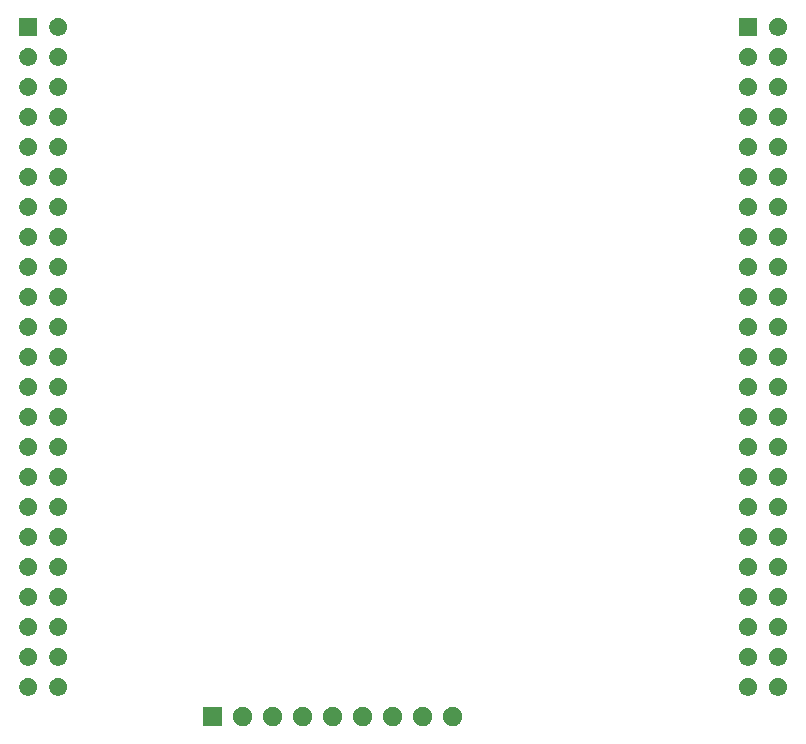
<source format=gbs>
%TF.GenerationSoftware,KiCad,Pcbnew,9.0.7-9.0.7~ubuntu24.04.1*%
%TF.CreationDate,2026-01-13T16:30:03+01:00*%
%TF.ProjectId,digital_input,64696769-7461-46c5-9f69-6e7075742e6b,1.0*%
%TF.SameCoordinates,Original*%
%TF.FileFunction,Soldermask,Bot*%
%TF.FilePolarity,Negative*%
%FSLAX46Y46*%
G04 Gerber Fmt 4.6, Leading zero omitted, Abs format (unit mm)*
G04 Created by KiCad (PCBNEW 9.0.7-9.0.7~ubuntu24.04.1) date 2026-01-13 16:30:03*
%MOMM*%
%LPD*%
G01*
G04 APERTURE LIST*
G04 APERTURE END LIST*
G36*
X135705000Y-111825000D02*
G01*
X134055000Y-111825000D01*
X134055000Y-110175000D01*
X135705000Y-110175000D01*
X135705000Y-111825000D01*
G37*
G36*
X137659485Y-110210524D02*
G01*
X137808902Y-110272415D01*
X137943374Y-110362266D01*
X138057734Y-110476626D01*
X138147585Y-110611098D01*
X138209476Y-110760515D01*
X138241027Y-110919136D01*
X138241027Y-111080864D01*
X138209476Y-111239485D01*
X138147585Y-111388902D01*
X138057734Y-111523374D01*
X137943374Y-111637734D01*
X137808902Y-111727585D01*
X137659485Y-111789476D01*
X137500864Y-111821027D01*
X137339136Y-111821027D01*
X137180515Y-111789476D01*
X137031098Y-111727585D01*
X136896626Y-111637734D01*
X136782266Y-111523374D01*
X136692415Y-111388902D01*
X136630524Y-111239485D01*
X136598973Y-111080864D01*
X136598973Y-110919136D01*
X136630524Y-110760515D01*
X136692415Y-110611098D01*
X136782266Y-110476626D01*
X136896626Y-110362266D01*
X137031098Y-110272415D01*
X137180515Y-110210524D01*
X137339136Y-110178973D01*
X137500864Y-110178973D01*
X137659485Y-110210524D01*
G37*
G36*
X140199485Y-110210524D02*
G01*
X140348902Y-110272415D01*
X140483374Y-110362266D01*
X140597734Y-110476626D01*
X140687585Y-110611098D01*
X140749476Y-110760515D01*
X140781027Y-110919136D01*
X140781027Y-111080864D01*
X140749476Y-111239485D01*
X140687585Y-111388902D01*
X140597734Y-111523374D01*
X140483374Y-111637734D01*
X140348902Y-111727585D01*
X140199485Y-111789476D01*
X140040864Y-111821027D01*
X139879136Y-111821027D01*
X139720515Y-111789476D01*
X139571098Y-111727585D01*
X139436626Y-111637734D01*
X139322266Y-111523374D01*
X139232415Y-111388902D01*
X139170524Y-111239485D01*
X139138973Y-111080864D01*
X139138973Y-110919136D01*
X139170524Y-110760515D01*
X139232415Y-110611098D01*
X139322266Y-110476626D01*
X139436626Y-110362266D01*
X139571098Y-110272415D01*
X139720515Y-110210524D01*
X139879136Y-110178973D01*
X140040864Y-110178973D01*
X140199485Y-110210524D01*
G37*
G36*
X142739485Y-110210524D02*
G01*
X142888902Y-110272415D01*
X143023374Y-110362266D01*
X143137734Y-110476626D01*
X143227585Y-110611098D01*
X143289476Y-110760515D01*
X143321027Y-110919136D01*
X143321027Y-111080864D01*
X143289476Y-111239485D01*
X143227585Y-111388902D01*
X143137734Y-111523374D01*
X143023374Y-111637734D01*
X142888902Y-111727585D01*
X142739485Y-111789476D01*
X142580864Y-111821027D01*
X142419136Y-111821027D01*
X142260515Y-111789476D01*
X142111098Y-111727585D01*
X141976626Y-111637734D01*
X141862266Y-111523374D01*
X141772415Y-111388902D01*
X141710524Y-111239485D01*
X141678973Y-111080864D01*
X141678973Y-110919136D01*
X141710524Y-110760515D01*
X141772415Y-110611098D01*
X141862266Y-110476626D01*
X141976626Y-110362266D01*
X142111098Y-110272415D01*
X142260515Y-110210524D01*
X142419136Y-110178973D01*
X142580864Y-110178973D01*
X142739485Y-110210524D01*
G37*
G36*
X145279485Y-110210524D02*
G01*
X145428902Y-110272415D01*
X145563374Y-110362266D01*
X145677734Y-110476626D01*
X145767585Y-110611098D01*
X145829476Y-110760515D01*
X145861027Y-110919136D01*
X145861027Y-111080864D01*
X145829476Y-111239485D01*
X145767585Y-111388902D01*
X145677734Y-111523374D01*
X145563374Y-111637734D01*
X145428902Y-111727585D01*
X145279485Y-111789476D01*
X145120864Y-111821027D01*
X144959136Y-111821027D01*
X144800515Y-111789476D01*
X144651098Y-111727585D01*
X144516626Y-111637734D01*
X144402266Y-111523374D01*
X144312415Y-111388902D01*
X144250524Y-111239485D01*
X144218973Y-111080864D01*
X144218973Y-110919136D01*
X144250524Y-110760515D01*
X144312415Y-110611098D01*
X144402266Y-110476626D01*
X144516626Y-110362266D01*
X144651098Y-110272415D01*
X144800515Y-110210524D01*
X144959136Y-110178973D01*
X145120864Y-110178973D01*
X145279485Y-110210524D01*
G37*
G36*
X147819485Y-110210524D02*
G01*
X147968902Y-110272415D01*
X148103374Y-110362266D01*
X148217734Y-110476626D01*
X148307585Y-110611098D01*
X148369476Y-110760515D01*
X148401027Y-110919136D01*
X148401027Y-111080864D01*
X148369476Y-111239485D01*
X148307585Y-111388902D01*
X148217734Y-111523374D01*
X148103374Y-111637734D01*
X147968902Y-111727585D01*
X147819485Y-111789476D01*
X147660864Y-111821027D01*
X147499136Y-111821027D01*
X147340515Y-111789476D01*
X147191098Y-111727585D01*
X147056626Y-111637734D01*
X146942266Y-111523374D01*
X146852415Y-111388902D01*
X146790524Y-111239485D01*
X146758973Y-111080864D01*
X146758973Y-110919136D01*
X146790524Y-110760515D01*
X146852415Y-110611098D01*
X146942266Y-110476626D01*
X147056626Y-110362266D01*
X147191098Y-110272415D01*
X147340515Y-110210524D01*
X147499136Y-110178973D01*
X147660864Y-110178973D01*
X147819485Y-110210524D01*
G37*
G36*
X150359485Y-110210524D02*
G01*
X150508902Y-110272415D01*
X150643374Y-110362266D01*
X150757734Y-110476626D01*
X150847585Y-110611098D01*
X150909476Y-110760515D01*
X150941027Y-110919136D01*
X150941027Y-111080864D01*
X150909476Y-111239485D01*
X150847585Y-111388902D01*
X150757734Y-111523374D01*
X150643374Y-111637734D01*
X150508902Y-111727585D01*
X150359485Y-111789476D01*
X150200864Y-111821027D01*
X150039136Y-111821027D01*
X149880515Y-111789476D01*
X149731098Y-111727585D01*
X149596626Y-111637734D01*
X149482266Y-111523374D01*
X149392415Y-111388902D01*
X149330524Y-111239485D01*
X149298973Y-111080864D01*
X149298973Y-110919136D01*
X149330524Y-110760515D01*
X149392415Y-110611098D01*
X149482266Y-110476626D01*
X149596626Y-110362266D01*
X149731098Y-110272415D01*
X149880515Y-110210524D01*
X150039136Y-110178973D01*
X150200864Y-110178973D01*
X150359485Y-110210524D01*
G37*
G36*
X152899485Y-110210524D02*
G01*
X153048902Y-110272415D01*
X153183374Y-110362266D01*
X153297734Y-110476626D01*
X153387585Y-110611098D01*
X153449476Y-110760515D01*
X153481027Y-110919136D01*
X153481027Y-111080864D01*
X153449476Y-111239485D01*
X153387585Y-111388902D01*
X153297734Y-111523374D01*
X153183374Y-111637734D01*
X153048902Y-111727585D01*
X152899485Y-111789476D01*
X152740864Y-111821027D01*
X152579136Y-111821027D01*
X152420515Y-111789476D01*
X152271098Y-111727585D01*
X152136626Y-111637734D01*
X152022266Y-111523374D01*
X151932415Y-111388902D01*
X151870524Y-111239485D01*
X151838973Y-111080864D01*
X151838973Y-110919136D01*
X151870524Y-110760515D01*
X151932415Y-110611098D01*
X152022266Y-110476626D01*
X152136626Y-110362266D01*
X152271098Y-110272415D01*
X152420515Y-110210524D01*
X152579136Y-110178973D01*
X152740864Y-110178973D01*
X152899485Y-110210524D01*
G37*
G36*
X155439485Y-110210524D02*
G01*
X155588902Y-110272415D01*
X155723374Y-110362266D01*
X155837734Y-110476626D01*
X155927585Y-110611098D01*
X155989476Y-110760515D01*
X156021027Y-110919136D01*
X156021027Y-111080864D01*
X155989476Y-111239485D01*
X155927585Y-111388902D01*
X155837734Y-111523374D01*
X155723374Y-111637734D01*
X155588902Y-111727585D01*
X155439485Y-111789476D01*
X155280864Y-111821027D01*
X155119136Y-111821027D01*
X154960515Y-111789476D01*
X154811098Y-111727585D01*
X154676626Y-111637734D01*
X154562266Y-111523374D01*
X154472415Y-111388902D01*
X154410524Y-111239485D01*
X154378973Y-111080864D01*
X154378973Y-110919136D01*
X154410524Y-110760515D01*
X154472415Y-110611098D01*
X154562266Y-110476626D01*
X154676626Y-110362266D01*
X154811098Y-110272415D01*
X154960515Y-110210524D01*
X155119136Y-110178973D01*
X155280864Y-110178973D01*
X155439485Y-110210524D01*
G37*
G36*
X119482068Y-107747941D02*
G01*
X119620619Y-107805330D01*
X119745311Y-107888647D01*
X119851353Y-107994689D01*
X119934670Y-108119381D01*
X119992059Y-108257932D01*
X120021316Y-108405017D01*
X120021316Y-108554983D01*
X119992059Y-108702068D01*
X119934670Y-108840619D01*
X119851353Y-108965311D01*
X119745311Y-109071353D01*
X119620619Y-109154670D01*
X119482068Y-109212059D01*
X119334983Y-109241316D01*
X119185017Y-109241316D01*
X119037932Y-109212059D01*
X118899381Y-109154670D01*
X118774689Y-109071353D01*
X118668647Y-108965311D01*
X118585330Y-108840619D01*
X118527941Y-108702068D01*
X118498684Y-108554983D01*
X118498684Y-108405017D01*
X118527941Y-108257932D01*
X118585330Y-108119381D01*
X118668647Y-107994689D01*
X118774689Y-107888647D01*
X118899381Y-107805330D01*
X119037932Y-107747941D01*
X119185017Y-107718684D01*
X119334983Y-107718684D01*
X119482068Y-107747941D01*
G37*
G36*
X122022068Y-107747941D02*
G01*
X122160619Y-107805330D01*
X122285311Y-107888647D01*
X122391353Y-107994689D01*
X122474670Y-108119381D01*
X122532059Y-108257932D01*
X122561316Y-108405017D01*
X122561316Y-108554983D01*
X122532059Y-108702068D01*
X122474670Y-108840619D01*
X122391353Y-108965311D01*
X122285311Y-109071353D01*
X122160619Y-109154670D01*
X122022068Y-109212059D01*
X121874983Y-109241316D01*
X121725017Y-109241316D01*
X121577932Y-109212059D01*
X121439381Y-109154670D01*
X121314689Y-109071353D01*
X121208647Y-108965311D01*
X121125330Y-108840619D01*
X121067941Y-108702068D01*
X121038684Y-108554983D01*
X121038684Y-108405017D01*
X121067941Y-108257932D01*
X121125330Y-108119381D01*
X121208647Y-107994689D01*
X121314689Y-107888647D01*
X121439381Y-107805330D01*
X121577932Y-107747941D01*
X121725017Y-107718684D01*
X121874983Y-107718684D01*
X122022068Y-107747941D01*
G37*
G36*
X180432068Y-107747941D02*
G01*
X180570619Y-107805330D01*
X180695311Y-107888647D01*
X180801353Y-107994689D01*
X180884670Y-108119381D01*
X180942059Y-108257932D01*
X180971316Y-108405017D01*
X180971316Y-108554983D01*
X180942059Y-108702068D01*
X180884670Y-108840619D01*
X180801353Y-108965311D01*
X180695311Y-109071353D01*
X180570619Y-109154670D01*
X180432068Y-109212059D01*
X180284983Y-109241316D01*
X180135017Y-109241316D01*
X179987932Y-109212059D01*
X179849381Y-109154670D01*
X179724689Y-109071353D01*
X179618647Y-108965311D01*
X179535330Y-108840619D01*
X179477941Y-108702068D01*
X179448684Y-108554983D01*
X179448684Y-108405017D01*
X179477941Y-108257932D01*
X179535330Y-108119381D01*
X179618647Y-107994689D01*
X179724689Y-107888647D01*
X179849381Y-107805330D01*
X179987932Y-107747941D01*
X180135017Y-107718684D01*
X180284983Y-107718684D01*
X180432068Y-107747941D01*
G37*
G36*
X182972068Y-107747941D02*
G01*
X183110619Y-107805330D01*
X183235311Y-107888647D01*
X183341353Y-107994689D01*
X183424670Y-108119381D01*
X183482059Y-108257932D01*
X183511316Y-108405017D01*
X183511316Y-108554983D01*
X183482059Y-108702068D01*
X183424670Y-108840619D01*
X183341353Y-108965311D01*
X183235311Y-109071353D01*
X183110619Y-109154670D01*
X182972068Y-109212059D01*
X182824983Y-109241316D01*
X182675017Y-109241316D01*
X182527932Y-109212059D01*
X182389381Y-109154670D01*
X182264689Y-109071353D01*
X182158647Y-108965311D01*
X182075330Y-108840619D01*
X182017941Y-108702068D01*
X181988684Y-108554983D01*
X181988684Y-108405017D01*
X182017941Y-108257932D01*
X182075330Y-108119381D01*
X182158647Y-107994689D01*
X182264689Y-107888647D01*
X182389381Y-107805330D01*
X182527932Y-107747941D01*
X182675017Y-107718684D01*
X182824983Y-107718684D01*
X182972068Y-107747941D01*
G37*
G36*
X119482068Y-105207941D02*
G01*
X119620619Y-105265330D01*
X119745311Y-105348647D01*
X119851353Y-105454689D01*
X119934670Y-105579381D01*
X119992059Y-105717932D01*
X120021316Y-105865017D01*
X120021316Y-106014983D01*
X119992059Y-106162068D01*
X119934670Y-106300619D01*
X119851353Y-106425311D01*
X119745311Y-106531353D01*
X119620619Y-106614670D01*
X119482068Y-106672059D01*
X119334983Y-106701316D01*
X119185017Y-106701316D01*
X119037932Y-106672059D01*
X118899381Y-106614670D01*
X118774689Y-106531353D01*
X118668647Y-106425311D01*
X118585330Y-106300619D01*
X118527941Y-106162068D01*
X118498684Y-106014983D01*
X118498684Y-105865017D01*
X118527941Y-105717932D01*
X118585330Y-105579381D01*
X118668647Y-105454689D01*
X118774689Y-105348647D01*
X118899381Y-105265330D01*
X119037932Y-105207941D01*
X119185017Y-105178684D01*
X119334983Y-105178684D01*
X119482068Y-105207941D01*
G37*
G36*
X122022068Y-105207941D02*
G01*
X122160619Y-105265330D01*
X122285311Y-105348647D01*
X122391353Y-105454689D01*
X122474670Y-105579381D01*
X122532059Y-105717932D01*
X122561316Y-105865017D01*
X122561316Y-106014983D01*
X122532059Y-106162068D01*
X122474670Y-106300619D01*
X122391353Y-106425311D01*
X122285311Y-106531353D01*
X122160619Y-106614670D01*
X122022068Y-106672059D01*
X121874983Y-106701316D01*
X121725017Y-106701316D01*
X121577932Y-106672059D01*
X121439381Y-106614670D01*
X121314689Y-106531353D01*
X121208647Y-106425311D01*
X121125330Y-106300619D01*
X121067941Y-106162068D01*
X121038684Y-106014983D01*
X121038684Y-105865017D01*
X121067941Y-105717932D01*
X121125330Y-105579381D01*
X121208647Y-105454689D01*
X121314689Y-105348647D01*
X121439381Y-105265330D01*
X121577932Y-105207941D01*
X121725017Y-105178684D01*
X121874983Y-105178684D01*
X122022068Y-105207941D01*
G37*
G36*
X180432068Y-105207941D02*
G01*
X180570619Y-105265330D01*
X180695311Y-105348647D01*
X180801353Y-105454689D01*
X180884670Y-105579381D01*
X180942059Y-105717932D01*
X180971316Y-105865017D01*
X180971316Y-106014983D01*
X180942059Y-106162068D01*
X180884670Y-106300619D01*
X180801353Y-106425311D01*
X180695311Y-106531353D01*
X180570619Y-106614670D01*
X180432068Y-106672059D01*
X180284983Y-106701316D01*
X180135017Y-106701316D01*
X179987932Y-106672059D01*
X179849381Y-106614670D01*
X179724689Y-106531353D01*
X179618647Y-106425311D01*
X179535330Y-106300619D01*
X179477941Y-106162068D01*
X179448684Y-106014983D01*
X179448684Y-105865017D01*
X179477941Y-105717932D01*
X179535330Y-105579381D01*
X179618647Y-105454689D01*
X179724689Y-105348647D01*
X179849381Y-105265330D01*
X179987932Y-105207941D01*
X180135017Y-105178684D01*
X180284983Y-105178684D01*
X180432068Y-105207941D01*
G37*
G36*
X182972068Y-105207941D02*
G01*
X183110619Y-105265330D01*
X183235311Y-105348647D01*
X183341353Y-105454689D01*
X183424670Y-105579381D01*
X183482059Y-105717932D01*
X183511316Y-105865017D01*
X183511316Y-106014983D01*
X183482059Y-106162068D01*
X183424670Y-106300619D01*
X183341353Y-106425311D01*
X183235311Y-106531353D01*
X183110619Y-106614670D01*
X182972068Y-106672059D01*
X182824983Y-106701316D01*
X182675017Y-106701316D01*
X182527932Y-106672059D01*
X182389381Y-106614670D01*
X182264689Y-106531353D01*
X182158647Y-106425311D01*
X182075330Y-106300619D01*
X182017941Y-106162068D01*
X181988684Y-106014983D01*
X181988684Y-105865017D01*
X182017941Y-105717932D01*
X182075330Y-105579381D01*
X182158647Y-105454689D01*
X182264689Y-105348647D01*
X182389381Y-105265330D01*
X182527932Y-105207941D01*
X182675017Y-105178684D01*
X182824983Y-105178684D01*
X182972068Y-105207941D01*
G37*
G36*
X119482068Y-102667941D02*
G01*
X119620619Y-102725330D01*
X119745311Y-102808647D01*
X119851353Y-102914689D01*
X119934670Y-103039381D01*
X119992059Y-103177932D01*
X120021316Y-103325017D01*
X120021316Y-103474983D01*
X119992059Y-103622068D01*
X119934670Y-103760619D01*
X119851353Y-103885311D01*
X119745311Y-103991353D01*
X119620619Y-104074670D01*
X119482068Y-104132059D01*
X119334983Y-104161316D01*
X119185017Y-104161316D01*
X119037932Y-104132059D01*
X118899381Y-104074670D01*
X118774689Y-103991353D01*
X118668647Y-103885311D01*
X118585330Y-103760619D01*
X118527941Y-103622068D01*
X118498684Y-103474983D01*
X118498684Y-103325017D01*
X118527941Y-103177932D01*
X118585330Y-103039381D01*
X118668647Y-102914689D01*
X118774689Y-102808647D01*
X118899381Y-102725330D01*
X119037932Y-102667941D01*
X119185017Y-102638684D01*
X119334983Y-102638684D01*
X119482068Y-102667941D01*
G37*
G36*
X122022068Y-102667941D02*
G01*
X122160619Y-102725330D01*
X122285311Y-102808647D01*
X122391353Y-102914689D01*
X122474670Y-103039381D01*
X122532059Y-103177932D01*
X122561316Y-103325017D01*
X122561316Y-103474983D01*
X122532059Y-103622068D01*
X122474670Y-103760619D01*
X122391353Y-103885311D01*
X122285311Y-103991353D01*
X122160619Y-104074670D01*
X122022068Y-104132059D01*
X121874983Y-104161316D01*
X121725017Y-104161316D01*
X121577932Y-104132059D01*
X121439381Y-104074670D01*
X121314689Y-103991353D01*
X121208647Y-103885311D01*
X121125330Y-103760619D01*
X121067941Y-103622068D01*
X121038684Y-103474983D01*
X121038684Y-103325017D01*
X121067941Y-103177932D01*
X121125330Y-103039381D01*
X121208647Y-102914689D01*
X121314689Y-102808647D01*
X121439381Y-102725330D01*
X121577932Y-102667941D01*
X121725017Y-102638684D01*
X121874983Y-102638684D01*
X122022068Y-102667941D01*
G37*
G36*
X180432068Y-102667941D02*
G01*
X180570619Y-102725330D01*
X180695311Y-102808647D01*
X180801353Y-102914689D01*
X180884670Y-103039381D01*
X180942059Y-103177932D01*
X180971316Y-103325017D01*
X180971316Y-103474983D01*
X180942059Y-103622068D01*
X180884670Y-103760619D01*
X180801353Y-103885311D01*
X180695311Y-103991353D01*
X180570619Y-104074670D01*
X180432068Y-104132059D01*
X180284983Y-104161316D01*
X180135017Y-104161316D01*
X179987932Y-104132059D01*
X179849381Y-104074670D01*
X179724689Y-103991353D01*
X179618647Y-103885311D01*
X179535330Y-103760619D01*
X179477941Y-103622068D01*
X179448684Y-103474983D01*
X179448684Y-103325017D01*
X179477941Y-103177932D01*
X179535330Y-103039381D01*
X179618647Y-102914689D01*
X179724689Y-102808647D01*
X179849381Y-102725330D01*
X179987932Y-102667941D01*
X180135017Y-102638684D01*
X180284983Y-102638684D01*
X180432068Y-102667941D01*
G37*
G36*
X182972068Y-102667941D02*
G01*
X183110619Y-102725330D01*
X183235311Y-102808647D01*
X183341353Y-102914689D01*
X183424670Y-103039381D01*
X183482059Y-103177932D01*
X183511316Y-103325017D01*
X183511316Y-103474983D01*
X183482059Y-103622068D01*
X183424670Y-103760619D01*
X183341353Y-103885311D01*
X183235311Y-103991353D01*
X183110619Y-104074670D01*
X182972068Y-104132059D01*
X182824983Y-104161316D01*
X182675017Y-104161316D01*
X182527932Y-104132059D01*
X182389381Y-104074670D01*
X182264689Y-103991353D01*
X182158647Y-103885311D01*
X182075330Y-103760619D01*
X182017941Y-103622068D01*
X181988684Y-103474983D01*
X181988684Y-103325017D01*
X182017941Y-103177932D01*
X182075330Y-103039381D01*
X182158647Y-102914689D01*
X182264689Y-102808647D01*
X182389381Y-102725330D01*
X182527932Y-102667941D01*
X182675017Y-102638684D01*
X182824983Y-102638684D01*
X182972068Y-102667941D01*
G37*
G36*
X119482068Y-100127941D02*
G01*
X119620619Y-100185330D01*
X119745311Y-100268647D01*
X119851353Y-100374689D01*
X119934670Y-100499381D01*
X119992059Y-100637932D01*
X120021316Y-100785017D01*
X120021316Y-100934983D01*
X119992059Y-101082068D01*
X119934670Y-101220619D01*
X119851353Y-101345311D01*
X119745311Y-101451353D01*
X119620619Y-101534670D01*
X119482068Y-101592059D01*
X119334983Y-101621316D01*
X119185017Y-101621316D01*
X119037932Y-101592059D01*
X118899381Y-101534670D01*
X118774689Y-101451353D01*
X118668647Y-101345311D01*
X118585330Y-101220619D01*
X118527941Y-101082068D01*
X118498684Y-100934983D01*
X118498684Y-100785017D01*
X118527941Y-100637932D01*
X118585330Y-100499381D01*
X118668647Y-100374689D01*
X118774689Y-100268647D01*
X118899381Y-100185330D01*
X119037932Y-100127941D01*
X119185017Y-100098684D01*
X119334983Y-100098684D01*
X119482068Y-100127941D01*
G37*
G36*
X122022068Y-100127941D02*
G01*
X122160619Y-100185330D01*
X122285311Y-100268647D01*
X122391353Y-100374689D01*
X122474670Y-100499381D01*
X122532059Y-100637932D01*
X122561316Y-100785017D01*
X122561316Y-100934983D01*
X122532059Y-101082068D01*
X122474670Y-101220619D01*
X122391353Y-101345311D01*
X122285311Y-101451353D01*
X122160619Y-101534670D01*
X122022068Y-101592059D01*
X121874983Y-101621316D01*
X121725017Y-101621316D01*
X121577932Y-101592059D01*
X121439381Y-101534670D01*
X121314689Y-101451353D01*
X121208647Y-101345311D01*
X121125330Y-101220619D01*
X121067941Y-101082068D01*
X121038684Y-100934983D01*
X121038684Y-100785017D01*
X121067941Y-100637932D01*
X121125330Y-100499381D01*
X121208647Y-100374689D01*
X121314689Y-100268647D01*
X121439381Y-100185330D01*
X121577932Y-100127941D01*
X121725017Y-100098684D01*
X121874983Y-100098684D01*
X122022068Y-100127941D01*
G37*
G36*
X180432068Y-100127941D02*
G01*
X180570619Y-100185330D01*
X180695311Y-100268647D01*
X180801353Y-100374689D01*
X180884670Y-100499381D01*
X180942059Y-100637932D01*
X180971316Y-100785017D01*
X180971316Y-100934983D01*
X180942059Y-101082068D01*
X180884670Y-101220619D01*
X180801353Y-101345311D01*
X180695311Y-101451353D01*
X180570619Y-101534670D01*
X180432068Y-101592059D01*
X180284983Y-101621316D01*
X180135017Y-101621316D01*
X179987932Y-101592059D01*
X179849381Y-101534670D01*
X179724689Y-101451353D01*
X179618647Y-101345311D01*
X179535330Y-101220619D01*
X179477941Y-101082068D01*
X179448684Y-100934983D01*
X179448684Y-100785017D01*
X179477941Y-100637932D01*
X179535330Y-100499381D01*
X179618647Y-100374689D01*
X179724689Y-100268647D01*
X179849381Y-100185330D01*
X179987932Y-100127941D01*
X180135017Y-100098684D01*
X180284983Y-100098684D01*
X180432068Y-100127941D01*
G37*
G36*
X182972068Y-100127941D02*
G01*
X183110619Y-100185330D01*
X183235311Y-100268647D01*
X183341353Y-100374689D01*
X183424670Y-100499381D01*
X183482059Y-100637932D01*
X183511316Y-100785017D01*
X183511316Y-100934983D01*
X183482059Y-101082068D01*
X183424670Y-101220619D01*
X183341353Y-101345311D01*
X183235311Y-101451353D01*
X183110619Y-101534670D01*
X182972068Y-101592059D01*
X182824983Y-101621316D01*
X182675017Y-101621316D01*
X182527932Y-101592059D01*
X182389381Y-101534670D01*
X182264689Y-101451353D01*
X182158647Y-101345311D01*
X182075330Y-101220619D01*
X182017941Y-101082068D01*
X181988684Y-100934983D01*
X181988684Y-100785017D01*
X182017941Y-100637932D01*
X182075330Y-100499381D01*
X182158647Y-100374689D01*
X182264689Y-100268647D01*
X182389381Y-100185330D01*
X182527932Y-100127941D01*
X182675017Y-100098684D01*
X182824983Y-100098684D01*
X182972068Y-100127941D01*
G37*
G36*
X119482068Y-97587941D02*
G01*
X119620619Y-97645330D01*
X119745311Y-97728647D01*
X119851353Y-97834689D01*
X119934670Y-97959381D01*
X119992059Y-98097932D01*
X120021316Y-98245017D01*
X120021316Y-98394983D01*
X119992059Y-98542068D01*
X119934670Y-98680619D01*
X119851353Y-98805311D01*
X119745311Y-98911353D01*
X119620619Y-98994670D01*
X119482068Y-99052059D01*
X119334983Y-99081316D01*
X119185017Y-99081316D01*
X119037932Y-99052059D01*
X118899381Y-98994670D01*
X118774689Y-98911353D01*
X118668647Y-98805311D01*
X118585330Y-98680619D01*
X118527941Y-98542068D01*
X118498684Y-98394983D01*
X118498684Y-98245017D01*
X118527941Y-98097932D01*
X118585330Y-97959381D01*
X118668647Y-97834689D01*
X118774689Y-97728647D01*
X118899381Y-97645330D01*
X119037932Y-97587941D01*
X119185017Y-97558684D01*
X119334983Y-97558684D01*
X119482068Y-97587941D01*
G37*
G36*
X122022068Y-97587941D02*
G01*
X122160619Y-97645330D01*
X122285311Y-97728647D01*
X122391353Y-97834689D01*
X122474670Y-97959381D01*
X122532059Y-98097932D01*
X122561316Y-98245017D01*
X122561316Y-98394983D01*
X122532059Y-98542068D01*
X122474670Y-98680619D01*
X122391353Y-98805311D01*
X122285311Y-98911353D01*
X122160619Y-98994670D01*
X122022068Y-99052059D01*
X121874983Y-99081316D01*
X121725017Y-99081316D01*
X121577932Y-99052059D01*
X121439381Y-98994670D01*
X121314689Y-98911353D01*
X121208647Y-98805311D01*
X121125330Y-98680619D01*
X121067941Y-98542068D01*
X121038684Y-98394983D01*
X121038684Y-98245017D01*
X121067941Y-98097932D01*
X121125330Y-97959381D01*
X121208647Y-97834689D01*
X121314689Y-97728647D01*
X121439381Y-97645330D01*
X121577932Y-97587941D01*
X121725017Y-97558684D01*
X121874983Y-97558684D01*
X122022068Y-97587941D01*
G37*
G36*
X180432068Y-97587941D02*
G01*
X180570619Y-97645330D01*
X180695311Y-97728647D01*
X180801353Y-97834689D01*
X180884670Y-97959381D01*
X180942059Y-98097932D01*
X180971316Y-98245017D01*
X180971316Y-98394983D01*
X180942059Y-98542068D01*
X180884670Y-98680619D01*
X180801353Y-98805311D01*
X180695311Y-98911353D01*
X180570619Y-98994670D01*
X180432068Y-99052059D01*
X180284983Y-99081316D01*
X180135017Y-99081316D01*
X179987932Y-99052059D01*
X179849381Y-98994670D01*
X179724689Y-98911353D01*
X179618647Y-98805311D01*
X179535330Y-98680619D01*
X179477941Y-98542068D01*
X179448684Y-98394983D01*
X179448684Y-98245017D01*
X179477941Y-98097932D01*
X179535330Y-97959381D01*
X179618647Y-97834689D01*
X179724689Y-97728647D01*
X179849381Y-97645330D01*
X179987932Y-97587941D01*
X180135017Y-97558684D01*
X180284983Y-97558684D01*
X180432068Y-97587941D01*
G37*
G36*
X182972068Y-97587941D02*
G01*
X183110619Y-97645330D01*
X183235311Y-97728647D01*
X183341353Y-97834689D01*
X183424670Y-97959381D01*
X183482059Y-98097932D01*
X183511316Y-98245017D01*
X183511316Y-98394983D01*
X183482059Y-98542068D01*
X183424670Y-98680619D01*
X183341353Y-98805311D01*
X183235311Y-98911353D01*
X183110619Y-98994670D01*
X182972068Y-99052059D01*
X182824983Y-99081316D01*
X182675017Y-99081316D01*
X182527932Y-99052059D01*
X182389381Y-98994670D01*
X182264689Y-98911353D01*
X182158647Y-98805311D01*
X182075330Y-98680619D01*
X182017941Y-98542068D01*
X181988684Y-98394983D01*
X181988684Y-98245017D01*
X182017941Y-98097932D01*
X182075330Y-97959381D01*
X182158647Y-97834689D01*
X182264689Y-97728647D01*
X182389381Y-97645330D01*
X182527932Y-97587941D01*
X182675017Y-97558684D01*
X182824983Y-97558684D01*
X182972068Y-97587941D01*
G37*
G36*
X119482068Y-95047941D02*
G01*
X119620619Y-95105330D01*
X119745311Y-95188647D01*
X119851353Y-95294689D01*
X119934670Y-95419381D01*
X119992059Y-95557932D01*
X120021316Y-95705017D01*
X120021316Y-95854983D01*
X119992059Y-96002068D01*
X119934670Y-96140619D01*
X119851353Y-96265311D01*
X119745311Y-96371353D01*
X119620619Y-96454670D01*
X119482068Y-96512059D01*
X119334983Y-96541316D01*
X119185017Y-96541316D01*
X119037932Y-96512059D01*
X118899381Y-96454670D01*
X118774689Y-96371353D01*
X118668647Y-96265311D01*
X118585330Y-96140619D01*
X118527941Y-96002068D01*
X118498684Y-95854983D01*
X118498684Y-95705017D01*
X118527941Y-95557932D01*
X118585330Y-95419381D01*
X118668647Y-95294689D01*
X118774689Y-95188647D01*
X118899381Y-95105330D01*
X119037932Y-95047941D01*
X119185017Y-95018684D01*
X119334983Y-95018684D01*
X119482068Y-95047941D01*
G37*
G36*
X122022068Y-95047941D02*
G01*
X122160619Y-95105330D01*
X122285311Y-95188647D01*
X122391353Y-95294689D01*
X122474670Y-95419381D01*
X122532059Y-95557932D01*
X122561316Y-95705017D01*
X122561316Y-95854983D01*
X122532059Y-96002068D01*
X122474670Y-96140619D01*
X122391353Y-96265311D01*
X122285311Y-96371353D01*
X122160619Y-96454670D01*
X122022068Y-96512059D01*
X121874983Y-96541316D01*
X121725017Y-96541316D01*
X121577932Y-96512059D01*
X121439381Y-96454670D01*
X121314689Y-96371353D01*
X121208647Y-96265311D01*
X121125330Y-96140619D01*
X121067941Y-96002068D01*
X121038684Y-95854983D01*
X121038684Y-95705017D01*
X121067941Y-95557932D01*
X121125330Y-95419381D01*
X121208647Y-95294689D01*
X121314689Y-95188647D01*
X121439381Y-95105330D01*
X121577932Y-95047941D01*
X121725017Y-95018684D01*
X121874983Y-95018684D01*
X122022068Y-95047941D01*
G37*
G36*
X180432068Y-95047941D02*
G01*
X180570619Y-95105330D01*
X180695311Y-95188647D01*
X180801353Y-95294689D01*
X180884670Y-95419381D01*
X180942059Y-95557932D01*
X180971316Y-95705017D01*
X180971316Y-95854983D01*
X180942059Y-96002068D01*
X180884670Y-96140619D01*
X180801353Y-96265311D01*
X180695311Y-96371353D01*
X180570619Y-96454670D01*
X180432068Y-96512059D01*
X180284983Y-96541316D01*
X180135017Y-96541316D01*
X179987932Y-96512059D01*
X179849381Y-96454670D01*
X179724689Y-96371353D01*
X179618647Y-96265311D01*
X179535330Y-96140619D01*
X179477941Y-96002068D01*
X179448684Y-95854983D01*
X179448684Y-95705017D01*
X179477941Y-95557932D01*
X179535330Y-95419381D01*
X179618647Y-95294689D01*
X179724689Y-95188647D01*
X179849381Y-95105330D01*
X179987932Y-95047941D01*
X180135017Y-95018684D01*
X180284983Y-95018684D01*
X180432068Y-95047941D01*
G37*
G36*
X182972068Y-95047941D02*
G01*
X183110619Y-95105330D01*
X183235311Y-95188647D01*
X183341353Y-95294689D01*
X183424670Y-95419381D01*
X183482059Y-95557932D01*
X183511316Y-95705017D01*
X183511316Y-95854983D01*
X183482059Y-96002068D01*
X183424670Y-96140619D01*
X183341353Y-96265311D01*
X183235311Y-96371353D01*
X183110619Y-96454670D01*
X182972068Y-96512059D01*
X182824983Y-96541316D01*
X182675017Y-96541316D01*
X182527932Y-96512059D01*
X182389381Y-96454670D01*
X182264689Y-96371353D01*
X182158647Y-96265311D01*
X182075330Y-96140619D01*
X182017941Y-96002068D01*
X181988684Y-95854983D01*
X181988684Y-95705017D01*
X182017941Y-95557932D01*
X182075330Y-95419381D01*
X182158647Y-95294689D01*
X182264689Y-95188647D01*
X182389381Y-95105330D01*
X182527932Y-95047941D01*
X182675017Y-95018684D01*
X182824983Y-95018684D01*
X182972068Y-95047941D01*
G37*
G36*
X119482068Y-92507941D02*
G01*
X119620619Y-92565330D01*
X119745311Y-92648647D01*
X119851353Y-92754689D01*
X119934670Y-92879381D01*
X119992059Y-93017932D01*
X120021316Y-93165017D01*
X120021316Y-93314983D01*
X119992059Y-93462068D01*
X119934670Y-93600619D01*
X119851353Y-93725311D01*
X119745311Y-93831353D01*
X119620619Y-93914670D01*
X119482068Y-93972059D01*
X119334983Y-94001316D01*
X119185017Y-94001316D01*
X119037932Y-93972059D01*
X118899381Y-93914670D01*
X118774689Y-93831353D01*
X118668647Y-93725311D01*
X118585330Y-93600619D01*
X118527941Y-93462068D01*
X118498684Y-93314983D01*
X118498684Y-93165017D01*
X118527941Y-93017932D01*
X118585330Y-92879381D01*
X118668647Y-92754689D01*
X118774689Y-92648647D01*
X118899381Y-92565330D01*
X119037932Y-92507941D01*
X119185017Y-92478684D01*
X119334983Y-92478684D01*
X119482068Y-92507941D01*
G37*
G36*
X122022068Y-92507941D02*
G01*
X122160619Y-92565330D01*
X122285311Y-92648647D01*
X122391353Y-92754689D01*
X122474670Y-92879381D01*
X122532059Y-93017932D01*
X122561316Y-93165017D01*
X122561316Y-93314983D01*
X122532059Y-93462068D01*
X122474670Y-93600619D01*
X122391353Y-93725311D01*
X122285311Y-93831353D01*
X122160619Y-93914670D01*
X122022068Y-93972059D01*
X121874983Y-94001316D01*
X121725017Y-94001316D01*
X121577932Y-93972059D01*
X121439381Y-93914670D01*
X121314689Y-93831353D01*
X121208647Y-93725311D01*
X121125330Y-93600619D01*
X121067941Y-93462068D01*
X121038684Y-93314983D01*
X121038684Y-93165017D01*
X121067941Y-93017932D01*
X121125330Y-92879381D01*
X121208647Y-92754689D01*
X121314689Y-92648647D01*
X121439381Y-92565330D01*
X121577932Y-92507941D01*
X121725017Y-92478684D01*
X121874983Y-92478684D01*
X122022068Y-92507941D01*
G37*
G36*
X180432068Y-92507941D02*
G01*
X180570619Y-92565330D01*
X180695311Y-92648647D01*
X180801353Y-92754689D01*
X180884670Y-92879381D01*
X180942059Y-93017932D01*
X180971316Y-93165017D01*
X180971316Y-93314983D01*
X180942059Y-93462068D01*
X180884670Y-93600619D01*
X180801353Y-93725311D01*
X180695311Y-93831353D01*
X180570619Y-93914670D01*
X180432068Y-93972059D01*
X180284983Y-94001316D01*
X180135017Y-94001316D01*
X179987932Y-93972059D01*
X179849381Y-93914670D01*
X179724689Y-93831353D01*
X179618647Y-93725311D01*
X179535330Y-93600619D01*
X179477941Y-93462068D01*
X179448684Y-93314983D01*
X179448684Y-93165017D01*
X179477941Y-93017932D01*
X179535330Y-92879381D01*
X179618647Y-92754689D01*
X179724689Y-92648647D01*
X179849381Y-92565330D01*
X179987932Y-92507941D01*
X180135017Y-92478684D01*
X180284983Y-92478684D01*
X180432068Y-92507941D01*
G37*
G36*
X182972068Y-92507941D02*
G01*
X183110619Y-92565330D01*
X183235311Y-92648647D01*
X183341353Y-92754689D01*
X183424670Y-92879381D01*
X183482059Y-93017932D01*
X183511316Y-93165017D01*
X183511316Y-93314983D01*
X183482059Y-93462068D01*
X183424670Y-93600619D01*
X183341353Y-93725311D01*
X183235311Y-93831353D01*
X183110619Y-93914670D01*
X182972068Y-93972059D01*
X182824983Y-94001316D01*
X182675017Y-94001316D01*
X182527932Y-93972059D01*
X182389381Y-93914670D01*
X182264689Y-93831353D01*
X182158647Y-93725311D01*
X182075330Y-93600619D01*
X182017941Y-93462068D01*
X181988684Y-93314983D01*
X181988684Y-93165017D01*
X182017941Y-93017932D01*
X182075330Y-92879381D01*
X182158647Y-92754689D01*
X182264689Y-92648647D01*
X182389381Y-92565330D01*
X182527932Y-92507941D01*
X182675017Y-92478684D01*
X182824983Y-92478684D01*
X182972068Y-92507941D01*
G37*
G36*
X119482068Y-89967941D02*
G01*
X119620619Y-90025330D01*
X119745311Y-90108647D01*
X119851353Y-90214689D01*
X119934670Y-90339381D01*
X119992059Y-90477932D01*
X120021316Y-90625017D01*
X120021316Y-90774983D01*
X119992059Y-90922068D01*
X119934670Y-91060619D01*
X119851353Y-91185311D01*
X119745311Y-91291353D01*
X119620619Y-91374670D01*
X119482068Y-91432059D01*
X119334983Y-91461316D01*
X119185017Y-91461316D01*
X119037932Y-91432059D01*
X118899381Y-91374670D01*
X118774689Y-91291353D01*
X118668647Y-91185311D01*
X118585330Y-91060619D01*
X118527941Y-90922068D01*
X118498684Y-90774983D01*
X118498684Y-90625017D01*
X118527941Y-90477932D01*
X118585330Y-90339381D01*
X118668647Y-90214689D01*
X118774689Y-90108647D01*
X118899381Y-90025330D01*
X119037932Y-89967941D01*
X119185017Y-89938684D01*
X119334983Y-89938684D01*
X119482068Y-89967941D01*
G37*
G36*
X122022068Y-89967941D02*
G01*
X122160619Y-90025330D01*
X122285311Y-90108647D01*
X122391353Y-90214689D01*
X122474670Y-90339381D01*
X122532059Y-90477932D01*
X122561316Y-90625017D01*
X122561316Y-90774983D01*
X122532059Y-90922068D01*
X122474670Y-91060619D01*
X122391353Y-91185311D01*
X122285311Y-91291353D01*
X122160619Y-91374670D01*
X122022068Y-91432059D01*
X121874983Y-91461316D01*
X121725017Y-91461316D01*
X121577932Y-91432059D01*
X121439381Y-91374670D01*
X121314689Y-91291353D01*
X121208647Y-91185311D01*
X121125330Y-91060619D01*
X121067941Y-90922068D01*
X121038684Y-90774983D01*
X121038684Y-90625017D01*
X121067941Y-90477932D01*
X121125330Y-90339381D01*
X121208647Y-90214689D01*
X121314689Y-90108647D01*
X121439381Y-90025330D01*
X121577932Y-89967941D01*
X121725017Y-89938684D01*
X121874983Y-89938684D01*
X122022068Y-89967941D01*
G37*
G36*
X180432068Y-89967941D02*
G01*
X180570619Y-90025330D01*
X180695311Y-90108647D01*
X180801353Y-90214689D01*
X180884670Y-90339381D01*
X180942059Y-90477932D01*
X180971316Y-90625017D01*
X180971316Y-90774983D01*
X180942059Y-90922068D01*
X180884670Y-91060619D01*
X180801353Y-91185311D01*
X180695311Y-91291353D01*
X180570619Y-91374670D01*
X180432068Y-91432059D01*
X180284983Y-91461316D01*
X180135017Y-91461316D01*
X179987932Y-91432059D01*
X179849381Y-91374670D01*
X179724689Y-91291353D01*
X179618647Y-91185311D01*
X179535330Y-91060619D01*
X179477941Y-90922068D01*
X179448684Y-90774983D01*
X179448684Y-90625017D01*
X179477941Y-90477932D01*
X179535330Y-90339381D01*
X179618647Y-90214689D01*
X179724689Y-90108647D01*
X179849381Y-90025330D01*
X179987932Y-89967941D01*
X180135017Y-89938684D01*
X180284983Y-89938684D01*
X180432068Y-89967941D01*
G37*
G36*
X182972068Y-89967941D02*
G01*
X183110619Y-90025330D01*
X183235311Y-90108647D01*
X183341353Y-90214689D01*
X183424670Y-90339381D01*
X183482059Y-90477932D01*
X183511316Y-90625017D01*
X183511316Y-90774983D01*
X183482059Y-90922068D01*
X183424670Y-91060619D01*
X183341353Y-91185311D01*
X183235311Y-91291353D01*
X183110619Y-91374670D01*
X182972068Y-91432059D01*
X182824983Y-91461316D01*
X182675017Y-91461316D01*
X182527932Y-91432059D01*
X182389381Y-91374670D01*
X182264689Y-91291353D01*
X182158647Y-91185311D01*
X182075330Y-91060619D01*
X182017941Y-90922068D01*
X181988684Y-90774983D01*
X181988684Y-90625017D01*
X182017941Y-90477932D01*
X182075330Y-90339381D01*
X182158647Y-90214689D01*
X182264689Y-90108647D01*
X182389381Y-90025330D01*
X182527932Y-89967941D01*
X182675017Y-89938684D01*
X182824983Y-89938684D01*
X182972068Y-89967941D01*
G37*
G36*
X119482068Y-87427941D02*
G01*
X119620619Y-87485330D01*
X119745311Y-87568647D01*
X119851353Y-87674689D01*
X119934670Y-87799381D01*
X119992059Y-87937932D01*
X120021316Y-88085017D01*
X120021316Y-88234983D01*
X119992059Y-88382068D01*
X119934670Y-88520619D01*
X119851353Y-88645311D01*
X119745311Y-88751353D01*
X119620619Y-88834670D01*
X119482068Y-88892059D01*
X119334983Y-88921316D01*
X119185017Y-88921316D01*
X119037932Y-88892059D01*
X118899381Y-88834670D01*
X118774689Y-88751353D01*
X118668647Y-88645311D01*
X118585330Y-88520619D01*
X118527941Y-88382068D01*
X118498684Y-88234983D01*
X118498684Y-88085017D01*
X118527941Y-87937932D01*
X118585330Y-87799381D01*
X118668647Y-87674689D01*
X118774689Y-87568647D01*
X118899381Y-87485330D01*
X119037932Y-87427941D01*
X119185017Y-87398684D01*
X119334983Y-87398684D01*
X119482068Y-87427941D01*
G37*
G36*
X122022068Y-87427941D02*
G01*
X122160619Y-87485330D01*
X122285311Y-87568647D01*
X122391353Y-87674689D01*
X122474670Y-87799381D01*
X122532059Y-87937932D01*
X122561316Y-88085017D01*
X122561316Y-88234983D01*
X122532059Y-88382068D01*
X122474670Y-88520619D01*
X122391353Y-88645311D01*
X122285311Y-88751353D01*
X122160619Y-88834670D01*
X122022068Y-88892059D01*
X121874983Y-88921316D01*
X121725017Y-88921316D01*
X121577932Y-88892059D01*
X121439381Y-88834670D01*
X121314689Y-88751353D01*
X121208647Y-88645311D01*
X121125330Y-88520619D01*
X121067941Y-88382068D01*
X121038684Y-88234983D01*
X121038684Y-88085017D01*
X121067941Y-87937932D01*
X121125330Y-87799381D01*
X121208647Y-87674689D01*
X121314689Y-87568647D01*
X121439381Y-87485330D01*
X121577932Y-87427941D01*
X121725017Y-87398684D01*
X121874983Y-87398684D01*
X122022068Y-87427941D01*
G37*
G36*
X180432068Y-87427941D02*
G01*
X180570619Y-87485330D01*
X180695311Y-87568647D01*
X180801353Y-87674689D01*
X180884670Y-87799381D01*
X180942059Y-87937932D01*
X180971316Y-88085017D01*
X180971316Y-88234983D01*
X180942059Y-88382068D01*
X180884670Y-88520619D01*
X180801353Y-88645311D01*
X180695311Y-88751353D01*
X180570619Y-88834670D01*
X180432068Y-88892059D01*
X180284983Y-88921316D01*
X180135017Y-88921316D01*
X179987932Y-88892059D01*
X179849381Y-88834670D01*
X179724689Y-88751353D01*
X179618647Y-88645311D01*
X179535330Y-88520619D01*
X179477941Y-88382068D01*
X179448684Y-88234983D01*
X179448684Y-88085017D01*
X179477941Y-87937932D01*
X179535330Y-87799381D01*
X179618647Y-87674689D01*
X179724689Y-87568647D01*
X179849381Y-87485330D01*
X179987932Y-87427941D01*
X180135017Y-87398684D01*
X180284983Y-87398684D01*
X180432068Y-87427941D01*
G37*
G36*
X182972068Y-87427941D02*
G01*
X183110619Y-87485330D01*
X183235311Y-87568647D01*
X183341353Y-87674689D01*
X183424670Y-87799381D01*
X183482059Y-87937932D01*
X183511316Y-88085017D01*
X183511316Y-88234983D01*
X183482059Y-88382068D01*
X183424670Y-88520619D01*
X183341353Y-88645311D01*
X183235311Y-88751353D01*
X183110619Y-88834670D01*
X182972068Y-88892059D01*
X182824983Y-88921316D01*
X182675017Y-88921316D01*
X182527932Y-88892059D01*
X182389381Y-88834670D01*
X182264689Y-88751353D01*
X182158647Y-88645311D01*
X182075330Y-88520619D01*
X182017941Y-88382068D01*
X181988684Y-88234983D01*
X181988684Y-88085017D01*
X182017941Y-87937932D01*
X182075330Y-87799381D01*
X182158647Y-87674689D01*
X182264689Y-87568647D01*
X182389381Y-87485330D01*
X182527932Y-87427941D01*
X182675017Y-87398684D01*
X182824983Y-87398684D01*
X182972068Y-87427941D01*
G37*
G36*
X119482068Y-84887941D02*
G01*
X119620619Y-84945330D01*
X119745311Y-85028647D01*
X119851353Y-85134689D01*
X119934670Y-85259381D01*
X119992059Y-85397932D01*
X120021316Y-85545017D01*
X120021316Y-85694983D01*
X119992059Y-85842068D01*
X119934670Y-85980619D01*
X119851353Y-86105311D01*
X119745311Y-86211353D01*
X119620619Y-86294670D01*
X119482068Y-86352059D01*
X119334983Y-86381316D01*
X119185017Y-86381316D01*
X119037932Y-86352059D01*
X118899381Y-86294670D01*
X118774689Y-86211353D01*
X118668647Y-86105311D01*
X118585330Y-85980619D01*
X118527941Y-85842068D01*
X118498684Y-85694983D01*
X118498684Y-85545017D01*
X118527941Y-85397932D01*
X118585330Y-85259381D01*
X118668647Y-85134689D01*
X118774689Y-85028647D01*
X118899381Y-84945330D01*
X119037932Y-84887941D01*
X119185017Y-84858684D01*
X119334983Y-84858684D01*
X119482068Y-84887941D01*
G37*
G36*
X122022068Y-84887941D02*
G01*
X122160619Y-84945330D01*
X122285311Y-85028647D01*
X122391353Y-85134689D01*
X122474670Y-85259381D01*
X122532059Y-85397932D01*
X122561316Y-85545017D01*
X122561316Y-85694983D01*
X122532059Y-85842068D01*
X122474670Y-85980619D01*
X122391353Y-86105311D01*
X122285311Y-86211353D01*
X122160619Y-86294670D01*
X122022068Y-86352059D01*
X121874983Y-86381316D01*
X121725017Y-86381316D01*
X121577932Y-86352059D01*
X121439381Y-86294670D01*
X121314689Y-86211353D01*
X121208647Y-86105311D01*
X121125330Y-85980619D01*
X121067941Y-85842068D01*
X121038684Y-85694983D01*
X121038684Y-85545017D01*
X121067941Y-85397932D01*
X121125330Y-85259381D01*
X121208647Y-85134689D01*
X121314689Y-85028647D01*
X121439381Y-84945330D01*
X121577932Y-84887941D01*
X121725017Y-84858684D01*
X121874983Y-84858684D01*
X122022068Y-84887941D01*
G37*
G36*
X180432068Y-84887941D02*
G01*
X180570619Y-84945330D01*
X180695311Y-85028647D01*
X180801353Y-85134689D01*
X180884670Y-85259381D01*
X180942059Y-85397932D01*
X180971316Y-85545017D01*
X180971316Y-85694983D01*
X180942059Y-85842068D01*
X180884670Y-85980619D01*
X180801353Y-86105311D01*
X180695311Y-86211353D01*
X180570619Y-86294670D01*
X180432068Y-86352059D01*
X180284983Y-86381316D01*
X180135017Y-86381316D01*
X179987932Y-86352059D01*
X179849381Y-86294670D01*
X179724689Y-86211353D01*
X179618647Y-86105311D01*
X179535330Y-85980619D01*
X179477941Y-85842068D01*
X179448684Y-85694983D01*
X179448684Y-85545017D01*
X179477941Y-85397932D01*
X179535330Y-85259381D01*
X179618647Y-85134689D01*
X179724689Y-85028647D01*
X179849381Y-84945330D01*
X179987932Y-84887941D01*
X180135017Y-84858684D01*
X180284983Y-84858684D01*
X180432068Y-84887941D01*
G37*
G36*
X182972068Y-84887941D02*
G01*
X183110619Y-84945330D01*
X183235311Y-85028647D01*
X183341353Y-85134689D01*
X183424670Y-85259381D01*
X183482059Y-85397932D01*
X183511316Y-85545017D01*
X183511316Y-85694983D01*
X183482059Y-85842068D01*
X183424670Y-85980619D01*
X183341353Y-86105311D01*
X183235311Y-86211353D01*
X183110619Y-86294670D01*
X182972068Y-86352059D01*
X182824983Y-86381316D01*
X182675017Y-86381316D01*
X182527932Y-86352059D01*
X182389381Y-86294670D01*
X182264689Y-86211353D01*
X182158647Y-86105311D01*
X182075330Y-85980619D01*
X182017941Y-85842068D01*
X181988684Y-85694983D01*
X181988684Y-85545017D01*
X182017941Y-85397932D01*
X182075330Y-85259381D01*
X182158647Y-85134689D01*
X182264689Y-85028647D01*
X182389381Y-84945330D01*
X182527932Y-84887941D01*
X182675017Y-84858684D01*
X182824983Y-84858684D01*
X182972068Y-84887941D01*
G37*
G36*
X119482068Y-82347941D02*
G01*
X119620619Y-82405330D01*
X119745311Y-82488647D01*
X119851353Y-82594689D01*
X119934670Y-82719381D01*
X119992059Y-82857932D01*
X120021316Y-83005017D01*
X120021316Y-83154983D01*
X119992059Y-83302068D01*
X119934670Y-83440619D01*
X119851353Y-83565311D01*
X119745311Y-83671353D01*
X119620619Y-83754670D01*
X119482068Y-83812059D01*
X119334983Y-83841316D01*
X119185017Y-83841316D01*
X119037932Y-83812059D01*
X118899381Y-83754670D01*
X118774689Y-83671353D01*
X118668647Y-83565311D01*
X118585330Y-83440619D01*
X118527941Y-83302068D01*
X118498684Y-83154983D01*
X118498684Y-83005017D01*
X118527941Y-82857932D01*
X118585330Y-82719381D01*
X118668647Y-82594689D01*
X118774689Y-82488647D01*
X118899381Y-82405330D01*
X119037932Y-82347941D01*
X119185017Y-82318684D01*
X119334983Y-82318684D01*
X119482068Y-82347941D01*
G37*
G36*
X122022068Y-82347941D02*
G01*
X122160619Y-82405330D01*
X122285311Y-82488647D01*
X122391353Y-82594689D01*
X122474670Y-82719381D01*
X122532059Y-82857932D01*
X122561316Y-83005017D01*
X122561316Y-83154983D01*
X122532059Y-83302068D01*
X122474670Y-83440619D01*
X122391353Y-83565311D01*
X122285311Y-83671353D01*
X122160619Y-83754670D01*
X122022068Y-83812059D01*
X121874983Y-83841316D01*
X121725017Y-83841316D01*
X121577932Y-83812059D01*
X121439381Y-83754670D01*
X121314689Y-83671353D01*
X121208647Y-83565311D01*
X121125330Y-83440619D01*
X121067941Y-83302068D01*
X121038684Y-83154983D01*
X121038684Y-83005017D01*
X121067941Y-82857932D01*
X121125330Y-82719381D01*
X121208647Y-82594689D01*
X121314689Y-82488647D01*
X121439381Y-82405330D01*
X121577932Y-82347941D01*
X121725017Y-82318684D01*
X121874983Y-82318684D01*
X122022068Y-82347941D01*
G37*
G36*
X180432068Y-82347941D02*
G01*
X180570619Y-82405330D01*
X180695311Y-82488647D01*
X180801353Y-82594689D01*
X180884670Y-82719381D01*
X180942059Y-82857932D01*
X180971316Y-83005017D01*
X180971316Y-83154983D01*
X180942059Y-83302068D01*
X180884670Y-83440619D01*
X180801353Y-83565311D01*
X180695311Y-83671353D01*
X180570619Y-83754670D01*
X180432068Y-83812059D01*
X180284983Y-83841316D01*
X180135017Y-83841316D01*
X179987932Y-83812059D01*
X179849381Y-83754670D01*
X179724689Y-83671353D01*
X179618647Y-83565311D01*
X179535330Y-83440619D01*
X179477941Y-83302068D01*
X179448684Y-83154983D01*
X179448684Y-83005017D01*
X179477941Y-82857932D01*
X179535330Y-82719381D01*
X179618647Y-82594689D01*
X179724689Y-82488647D01*
X179849381Y-82405330D01*
X179987932Y-82347941D01*
X180135017Y-82318684D01*
X180284983Y-82318684D01*
X180432068Y-82347941D01*
G37*
G36*
X182972068Y-82347941D02*
G01*
X183110619Y-82405330D01*
X183235311Y-82488647D01*
X183341353Y-82594689D01*
X183424670Y-82719381D01*
X183482059Y-82857932D01*
X183511316Y-83005017D01*
X183511316Y-83154983D01*
X183482059Y-83302068D01*
X183424670Y-83440619D01*
X183341353Y-83565311D01*
X183235311Y-83671353D01*
X183110619Y-83754670D01*
X182972068Y-83812059D01*
X182824983Y-83841316D01*
X182675017Y-83841316D01*
X182527932Y-83812059D01*
X182389381Y-83754670D01*
X182264689Y-83671353D01*
X182158647Y-83565311D01*
X182075330Y-83440619D01*
X182017941Y-83302068D01*
X181988684Y-83154983D01*
X181988684Y-83005017D01*
X182017941Y-82857932D01*
X182075330Y-82719381D01*
X182158647Y-82594689D01*
X182264689Y-82488647D01*
X182389381Y-82405330D01*
X182527932Y-82347941D01*
X182675017Y-82318684D01*
X182824983Y-82318684D01*
X182972068Y-82347941D01*
G37*
G36*
X119482068Y-79807941D02*
G01*
X119620619Y-79865330D01*
X119745311Y-79948647D01*
X119851353Y-80054689D01*
X119934670Y-80179381D01*
X119992059Y-80317932D01*
X120021316Y-80465017D01*
X120021316Y-80614983D01*
X119992059Y-80762068D01*
X119934670Y-80900619D01*
X119851353Y-81025311D01*
X119745311Y-81131353D01*
X119620619Y-81214670D01*
X119482068Y-81272059D01*
X119334983Y-81301316D01*
X119185017Y-81301316D01*
X119037932Y-81272059D01*
X118899381Y-81214670D01*
X118774689Y-81131353D01*
X118668647Y-81025311D01*
X118585330Y-80900619D01*
X118527941Y-80762068D01*
X118498684Y-80614983D01*
X118498684Y-80465017D01*
X118527941Y-80317932D01*
X118585330Y-80179381D01*
X118668647Y-80054689D01*
X118774689Y-79948647D01*
X118899381Y-79865330D01*
X119037932Y-79807941D01*
X119185017Y-79778684D01*
X119334983Y-79778684D01*
X119482068Y-79807941D01*
G37*
G36*
X122022068Y-79807941D02*
G01*
X122160619Y-79865330D01*
X122285311Y-79948647D01*
X122391353Y-80054689D01*
X122474670Y-80179381D01*
X122532059Y-80317932D01*
X122561316Y-80465017D01*
X122561316Y-80614983D01*
X122532059Y-80762068D01*
X122474670Y-80900619D01*
X122391353Y-81025311D01*
X122285311Y-81131353D01*
X122160619Y-81214670D01*
X122022068Y-81272059D01*
X121874983Y-81301316D01*
X121725017Y-81301316D01*
X121577932Y-81272059D01*
X121439381Y-81214670D01*
X121314689Y-81131353D01*
X121208647Y-81025311D01*
X121125330Y-80900619D01*
X121067941Y-80762068D01*
X121038684Y-80614983D01*
X121038684Y-80465017D01*
X121067941Y-80317932D01*
X121125330Y-80179381D01*
X121208647Y-80054689D01*
X121314689Y-79948647D01*
X121439381Y-79865330D01*
X121577932Y-79807941D01*
X121725017Y-79778684D01*
X121874983Y-79778684D01*
X122022068Y-79807941D01*
G37*
G36*
X180432068Y-79807941D02*
G01*
X180570619Y-79865330D01*
X180695311Y-79948647D01*
X180801353Y-80054689D01*
X180884670Y-80179381D01*
X180942059Y-80317932D01*
X180971316Y-80465017D01*
X180971316Y-80614983D01*
X180942059Y-80762068D01*
X180884670Y-80900619D01*
X180801353Y-81025311D01*
X180695311Y-81131353D01*
X180570619Y-81214670D01*
X180432068Y-81272059D01*
X180284983Y-81301316D01*
X180135017Y-81301316D01*
X179987932Y-81272059D01*
X179849381Y-81214670D01*
X179724689Y-81131353D01*
X179618647Y-81025311D01*
X179535330Y-80900619D01*
X179477941Y-80762068D01*
X179448684Y-80614983D01*
X179448684Y-80465017D01*
X179477941Y-80317932D01*
X179535330Y-80179381D01*
X179618647Y-80054689D01*
X179724689Y-79948647D01*
X179849381Y-79865330D01*
X179987932Y-79807941D01*
X180135017Y-79778684D01*
X180284983Y-79778684D01*
X180432068Y-79807941D01*
G37*
G36*
X182972068Y-79807941D02*
G01*
X183110619Y-79865330D01*
X183235311Y-79948647D01*
X183341353Y-80054689D01*
X183424670Y-80179381D01*
X183482059Y-80317932D01*
X183511316Y-80465017D01*
X183511316Y-80614983D01*
X183482059Y-80762068D01*
X183424670Y-80900619D01*
X183341353Y-81025311D01*
X183235311Y-81131353D01*
X183110619Y-81214670D01*
X182972068Y-81272059D01*
X182824983Y-81301316D01*
X182675017Y-81301316D01*
X182527932Y-81272059D01*
X182389381Y-81214670D01*
X182264689Y-81131353D01*
X182158647Y-81025311D01*
X182075330Y-80900619D01*
X182017941Y-80762068D01*
X181988684Y-80614983D01*
X181988684Y-80465017D01*
X182017941Y-80317932D01*
X182075330Y-80179381D01*
X182158647Y-80054689D01*
X182264689Y-79948647D01*
X182389381Y-79865330D01*
X182527932Y-79807941D01*
X182675017Y-79778684D01*
X182824983Y-79778684D01*
X182972068Y-79807941D01*
G37*
G36*
X119482068Y-77267941D02*
G01*
X119620619Y-77325330D01*
X119745311Y-77408647D01*
X119851353Y-77514689D01*
X119934670Y-77639381D01*
X119992059Y-77777932D01*
X120021316Y-77925017D01*
X120021316Y-78074983D01*
X119992059Y-78222068D01*
X119934670Y-78360619D01*
X119851353Y-78485311D01*
X119745311Y-78591353D01*
X119620619Y-78674670D01*
X119482068Y-78732059D01*
X119334983Y-78761316D01*
X119185017Y-78761316D01*
X119037932Y-78732059D01*
X118899381Y-78674670D01*
X118774689Y-78591353D01*
X118668647Y-78485311D01*
X118585330Y-78360619D01*
X118527941Y-78222068D01*
X118498684Y-78074983D01*
X118498684Y-77925017D01*
X118527941Y-77777932D01*
X118585330Y-77639381D01*
X118668647Y-77514689D01*
X118774689Y-77408647D01*
X118899381Y-77325330D01*
X119037932Y-77267941D01*
X119185017Y-77238684D01*
X119334983Y-77238684D01*
X119482068Y-77267941D01*
G37*
G36*
X122022068Y-77267941D02*
G01*
X122160619Y-77325330D01*
X122285311Y-77408647D01*
X122391353Y-77514689D01*
X122474670Y-77639381D01*
X122532059Y-77777932D01*
X122561316Y-77925017D01*
X122561316Y-78074983D01*
X122532059Y-78222068D01*
X122474670Y-78360619D01*
X122391353Y-78485311D01*
X122285311Y-78591353D01*
X122160619Y-78674670D01*
X122022068Y-78732059D01*
X121874983Y-78761316D01*
X121725017Y-78761316D01*
X121577932Y-78732059D01*
X121439381Y-78674670D01*
X121314689Y-78591353D01*
X121208647Y-78485311D01*
X121125330Y-78360619D01*
X121067941Y-78222068D01*
X121038684Y-78074983D01*
X121038684Y-77925017D01*
X121067941Y-77777932D01*
X121125330Y-77639381D01*
X121208647Y-77514689D01*
X121314689Y-77408647D01*
X121439381Y-77325330D01*
X121577932Y-77267941D01*
X121725017Y-77238684D01*
X121874983Y-77238684D01*
X122022068Y-77267941D01*
G37*
G36*
X180432068Y-77267941D02*
G01*
X180570619Y-77325330D01*
X180695311Y-77408647D01*
X180801353Y-77514689D01*
X180884670Y-77639381D01*
X180942059Y-77777932D01*
X180971316Y-77925017D01*
X180971316Y-78074983D01*
X180942059Y-78222068D01*
X180884670Y-78360619D01*
X180801353Y-78485311D01*
X180695311Y-78591353D01*
X180570619Y-78674670D01*
X180432068Y-78732059D01*
X180284983Y-78761316D01*
X180135017Y-78761316D01*
X179987932Y-78732059D01*
X179849381Y-78674670D01*
X179724689Y-78591353D01*
X179618647Y-78485311D01*
X179535330Y-78360619D01*
X179477941Y-78222068D01*
X179448684Y-78074983D01*
X179448684Y-77925017D01*
X179477941Y-77777932D01*
X179535330Y-77639381D01*
X179618647Y-77514689D01*
X179724689Y-77408647D01*
X179849381Y-77325330D01*
X179987932Y-77267941D01*
X180135017Y-77238684D01*
X180284983Y-77238684D01*
X180432068Y-77267941D01*
G37*
G36*
X182972068Y-77267941D02*
G01*
X183110619Y-77325330D01*
X183235311Y-77408647D01*
X183341353Y-77514689D01*
X183424670Y-77639381D01*
X183482059Y-77777932D01*
X183511316Y-77925017D01*
X183511316Y-78074983D01*
X183482059Y-78222068D01*
X183424670Y-78360619D01*
X183341353Y-78485311D01*
X183235311Y-78591353D01*
X183110619Y-78674670D01*
X182972068Y-78732059D01*
X182824983Y-78761316D01*
X182675017Y-78761316D01*
X182527932Y-78732059D01*
X182389381Y-78674670D01*
X182264689Y-78591353D01*
X182158647Y-78485311D01*
X182075330Y-78360619D01*
X182017941Y-78222068D01*
X181988684Y-78074983D01*
X181988684Y-77925017D01*
X182017941Y-77777932D01*
X182075330Y-77639381D01*
X182158647Y-77514689D01*
X182264689Y-77408647D01*
X182389381Y-77325330D01*
X182527932Y-77267941D01*
X182675017Y-77238684D01*
X182824983Y-77238684D01*
X182972068Y-77267941D01*
G37*
G36*
X119482068Y-74727941D02*
G01*
X119620619Y-74785330D01*
X119745311Y-74868647D01*
X119851353Y-74974689D01*
X119934670Y-75099381D01*
X119992059Y-75237932D01*
X120021316Y-75385017D01*
X120021316Y-75534983D01*
X119992059Y-75682068D01*
X119934670Y-75820619D01*
X119851353Y-75945311D01*
X119745311Y-76051353D01*
X119620619Y-76134670D01*
X119482068Y-76192059D01*
X119334983Y-76221316D01*
X119185017Y-76221316D01*
X119037932Y-76192059D01*
X118899381Y-76134670D01*
X118774689Y-76051353D01*
X118668647Y-75945311D01*
X118585330Y-75820619D01*
X118527941Y-75682068D01*
X118498684Y-75534983D01*
X118498684Y-75385017D01*
X118527941Y-75237932D01*
X118585330Y-75099381D01*
X118668647Y-74974689D01*
X118774689Y-74868647D01*
X118899381Y-74785330D01*
X119037932Y-74727941D01*
X119185017Y-74698684D01*
X119334983Y-74698684D01*
X119482068Y-74727941D01*
G37*
G36*
X122022068Y-74727941D02*
G01*
X122160619Y-74785330D01*
X122285311Y-74868647D01*
X122391353Y-74974689D01*
X122474670Y-75099381D01*
X122532059Y-75237932D01*
X122561316Y-75385017D01*
X122561316Y-75534983D01*
X122532059Y-75682068D01*
X122474670Y-75820619D01*
X122391353Y-75945311D01*
X122285311Y-76051353D01*
X122160619Y-76134670D01*
X122022068Y-76192059D01*
X121874983Y-76221316D01*
X121725017Y-76221316D01*
X121577932Y-76192059D01*
X121439381Y-76134670D01*
X121314689Y-76051353D01*
X121208647Y-75945311D01*
X121125330Y-75820619D01*
X121067941Y-75682068D01*
X121038684Y-75534983D01*
X121038684Y-75385017D01*
X121067941Y-75237932D01*
X121125330Y-75099381D01*
X121208647Y-74974689D01*
X121314689Y-74868647D01*
X121439381Y-74785330D01*
X121577932Y-74727941D01*
X121725017Y-74698684D01*
X121874983Y-74698684D01*
X122022068Y-74727941D01*
G37*
G36*
X180432068Y-74727941D02*
G01*
X180570619Y-74785330D01*
X180695311Y-74868647D01*
X180801353Y-74974689D01*
X180884670Y-75099381D01*
X180942059Y-75237932D01*
X180971316Y-75385017D01*
X180971316Y-75534983D01*
X180942059Y-75682068D01*
X180884670Y-75820619D01*
X180801353Y-75945311D01*
X180695311Y-76051353D01*
X180570619Y-76134670D01*
X180432068Y-76192059D01*
X180284983Y-76221316D01*
X180135017Y-76221316D01*
X179987932Y-76192059D01*
X179849381Y-76134670D01*
X179724689Y-76051353D01*
X179618647Y-75945311D01*
X179535330Y-75820619D01*
X179477941Y-75682068D01*
X179448684Y-75534983D01*
X179448684Y-75385017D01*
X179477941Y-75237932D01*
X179535330Y-75099381D01*
X179618647Y-74974689D01*
X179724689Y-74868647D01*
X179849381Y-74785330D01*
X179987932Y-74727941D01*
X180135017Y-74698684D01*
X180284983Y-74698684D01*
X180432068Y-74727941D01*
G37*
G36*
X182972068Y-74727941D02*
G01*
X183110619Y-74785330D01*
X183235311Y-74868647D01*
X183341353Y-74974689D01*
X183424670Y-75099381D01*
X183482059Y-75237932D01*
X183511316Y-75385017D01*
X183511316Y-75534983D01*
X183482059Y-75682068D01*
X183424670Y-75820619D01*
X183341353Y-75945311D01*
X183235311Y-76051353D01*
X183110619Y-76134670D01*
X182972068Y-76192059D01*
X182824983Y-76221316D01*
X182675017Y-76221316D01*
X182527932Y-76192059D01*
X182389381Y-76134670D01*
X182264689Y-76051353D01*
X182158647Y-75945311D01*
X182075330Y-75820619D01*
X182017941Y-75682068D01*
X181988684Y-75534983D01*
X181988684Y-75385017D01*
X182017941Y-75237932D01*
X182075330Y-75099381D01*
X182158647Y-74974689D01*
X182264689Y-74868647D01*
X182389381Y-74785330D01*
X182527932Y-74727941D01*
X182675017Y-74698684D01*
X182824983Y-74698684D01*
X182972068Y-74727941D01*
G37*
G36*
X119482068Y-72187941D02*
G01*
X119620619Y-72245330D01*
X119745311Y-72328647D01*
X119851353Y-72434689D01*
X119934670Y-72559381D01*
X119992059Y-72697932D01*
X120021316Y-72845017D01*
X120021316Y-72994983D01*
X119992059Y-73142068D01*
X119934670Y-73280619D01*
X119851353Y-73405311D01*
X119745311Y-73511353D01*
X119620619Y-73594670D01*
X119482068Y-73652059D01*
X119334983Y-73681316D01*
X119185017Y-73681316D01*
X119037932Y-73652059D01*
X118899381Y-73594670D01*
X118774689Y-73511353D01*
X118668647Y-73405311D01*
X118585330Y-73280619D01*
X118527941Y-73142068D01*
X118498684Y-72994983D01*
X118498684Y-72845017D01*
X118527941Y-72697932D01*
X118585330Y-72559381D01*
X118668647Y-72434689D01*
X118774689Y-72328647D01*
X118899381Y-72245330D01*
X119037932Y-72187941D01*
X119185017Y-72158684D01*
X119334983Y-72158684D01*
X119482068Y-72187941D01*
G37*
G36*
X122022068Y-72187941D02*
G01*
X122160619Y-72245330D01*
X122285311Y-72328647D01*
X122391353Y-72434689D01*
X122474670Y-72559381D01*
X122532059Y-72697932D01*
X122561316Y-72845017D01*
X122561316Y-72994983D01*
X122532059Y-73142068D01*
X122474670Y-73280619D01*
X122391353Y-73405311D01*
X122285311Y-73511353D01*
X122160619Y-73594670D01*
X122022068Y-73652059D01*
X121874983Y-73681316D01*
X121725017Y-73681316D01*
X121577932Y-73652059D01*
X121439381Y-73594670D01*
X121314689Y-73511353D01*
X121208647Y-73405311D01*
X121125330Y-73280619D01*
X121067941Y-73142068D01*
X121038684Y-72994983D01*
X121038684Y-72845017D01*
X121067941Y-72697932D01*
X121125330Y-72559381D01*
X121208647Y-72434689D01*
X121314689Y-72328647D01*
X121439381Y-72245330D01*
X121577932Y-72187941D01*
X121725017Y-72158684D01*
X121874983Y-72158684D01*
X122022068Y-72187941D01*
G37*
G36*
X180432068Y-72187941D02*
G01*
X180570619Y-72245330D01*
X180695311Y-72328647D01*
X180801353Y-72434689D01*
X180884670Y-72559381D01*
X180942059Y-72697932D01*
X180971316Y-72845017D01*
X180971316Y-72994983D01*
X180942059Y-73142068D01*
X180884670Y-73280619D01*
X180801353Y-73405311D01*
X180695311Y-73511353D01*
X180570619Y-73594670D01*
X180432068Y-73652059D01*
X180284983Y-73681316D01*
X180135017Y-73681316D01*
X179987932Y-73652059D01*
X179849381Y-73594670D01*
X179724689Y-73511353D01*
X179618647Y-73405311D01*
X179535330Y-73280619D01*
X179477941Y-73142068D01*
X179448684Y-72994983D01*
X179448684Y-72845017D01*
X179477941Y-72697932D01*
X179535330Y-72559381D01*
X179618647Y-72434689D01*
X179724689Y-72328647D01*
X179849381Y-72245330D01*
X179987932Y-72187941D01*
X180135017Y-72158684D01*
X180284983Y-72158684D01*
X180432068Y-72187941D01*
G37*
G36*
X182972068Y-72187941D02*
G01*
X183110619Y-72245330D01*
X183235311Y-72328647D01*
X183341353Y-72434689D01*
X183424670Y-72559381D01*
X183482059Y-72697932D01*
X183511316Y-72845017D01*
X183511316Y-72994983D01*
X183482059Y-73142068D01*
X183424670Y-73280619D01*
X183341353Y-73405311D01*
X183235311Y-73511353D01*
X183110619Y-73594670D01*
X182972068Y-73652059D01*
X182824983Y-73681316D01*
X182675017Y-73681316D01*
X182527932Y-73652059D01*
X182389381Y-73594670D01*
X182264689Y-73511353D01*
X182158647Y-73405311D01*
X182075330Y-73280619D01*
X182017941Y-73142068D01*
X181988684Y-72994983D01*
X181988684Y-72845017D01*
X182017941Y-72697932D01*
X182075330Y-72559381D01*
X182158647Y-72434689D01*
X182264689Y-72328647D01*
X182389381Y-72245330D01*
X182527932Y-72187941D01*
X182675017Y-72158684D01*
X182824983Y-72158684D01*
X182972068Y-72187941D01*
G37*
G36*
X119482068Y-69647941D02*
G01*
X119620619Y-69705330D01*
X119745311Y-69788647D01*
X119851353Y-69894689D01*
X119934670Y-70019381D01*
X119992059Y-70157932D01*
X120021316Y-70305017D01*
X120021316Y-70454983D01*
X119992059Y-70602068D01*
X119934670Y-70740619D01*
X119851353Y-70865311D01*
X119745311Y-70971353D01*
X119620619Y-71054670D01*
X119482068Y-71112059D01*
X119334983Y-71141316D01*
X119185017Y-71141316D01*
X119037932Y-71112059D01*
X118899381Y-71054670D01*
X118774689Y-70971353D01*
X118668647Y-70865311D01*
X118585330Y-70740619D01*
X118527941Y-70602068D01*
X118498684Y-70454983D01*
X118498684Y-70305017D01*
X118527941Y-70157932D01*
X118585330Y-70019381D01*
X118668647Y-69894689D01*
X118774689Y-69788647D01*
X118899381Y-69705330D01*
X119037932Y-69647941D01*
X119185017Y-69618684D01*
X119334983Y-69618684D01*
X119482068Y-69647941D01*
G37*
G36*
X122022068Y-69647941D02*
G01*
X122160619Y-69705330D01*
X122285311Y-69788647D01*
X122391353Y-69894689D01*
X122474670Y-70019381D01*
X122532059Y-70157932D01*
X122561316Y-70305017D01*
X122561316Y-70454983D01*
X122532059Y-70602068D01*
X122474670Y-70740619D01*
X122391353Y-70865311D01*
X122285311Y-70971353D01*
X122160619Y-71054670D01*
X122022068Y-71112059D01*
X121874983Y-71141316D01*
X121725017Y-71141316D01*
X121577932Y-71112059D01*
X121439381Y-71054670D01*
X121314689Y-70971353D01*
X121208647Y-70865311D01*
X121125330Y-70740619D01*
X121067941Y-70602068D01*
X121038684Y-70454983D01*
X121038684Y-70305017D01*
X121067941Y-70157932D01*
X121125330Y-70019381D01*
X121208647Y-69894689D01*
X121314689Y-69788647D01*
X121439381Y-69705330D01*
X121577932Y-69647941D01*
X121725017Y-69618684D01*
X121874983Y-69618684D01*
X122022068Y-69647941D01*
G37*
G36*
X180432068Y-69647941D02*
G01*
X180570619Y-69705330D01*
X180695311Y-69788647D01*
X180801353Y-69894689D01*
X180884670Y-70019381D01*
X180942059Y-70157932D01*
X180971316Y-70305017D01*
X180971316Y-70454983D01*
X180942059Y-70602068D01*
X180884670Y-70740619D01*
X180801353Y-70865311D01*
X180695311Y-70971353D01*
X180570619Y-71054670D01*
X180432068Y-71112059D01*
X180284983Y-71141316D01*
X180135017Y-71141316D01*
X179987932Y-71112059D01*
X179849381Y-71054670D01*
X179724689Y-70971353D01*
X179618647Y-70865311D01*
X179535330Y-70740619D01*
X179477941Y-70602068D01*
X179448684Y-70454983D01*
X179448684Y-70305017D01*
X179477941Y-70157932D01*
X179535330Y-70019381D01*
X179618647Y-69894689D01*
X179724689Y-69788647D01*
X179849381Y-69705330D01*
X179987932Y-69647941D01*
X180135017Y-69618684D01*
X180284983Y-69618684D01*
X180432068Y-69647941D01*
G37*
G36*
X182972068Y-69647941D02*
G01*
X183110619Y-69705330D01*
X183235311Y-69788647D01*
X183341353Y-69894689D01*
X183424670Y-70019381D01*
X183482059Y-70157932D01*
X183511316Y-70305017D01*
X183511316Y-70454983D01*
X183482059Y-70602068D01*
X183424670Y-70740619D01*
X183341353Y-70865311D01*
X183235311Y-70971353D01*
X183110619Y-71054670D01*
X182972068Y-71112059D01*
X182824983Y-71141316D01*
X182675017Y-71141316D01*
X182527932Y-71112059D01*
X182389381Y-71054670D01*
X182264689Y-70971353D01*
X182158647Y-70865311D01*
X182075330Y-70740619D01*
X182017941Y-70602068D01*
X181988684Y-70454983D01*
X181988684Y-70305017D01*
X182017941Y-70157932D01*
X182075330Y-70019381D01*
X182158647Y-69894689D01*
X182264689Y-69788647D01*
X182389381Y-69705330D01*
X182527932Y-69647941D01*
X182675017Y-69618684D01*
X182824983Y-69618684D01*
X182972068Y-69647941D01*
G37*
G36*
X119482068Y-67107941D02*
G01*
X119620619Y-67165330D01*
X119745311Y-67248647D01*
X119851353Y-67354689D01*
X119934670Y-67479381D01*
X119992059Y-67617932D01*
X120021316Y-67765017D01*
X120021316Y-67914983D01*
X119992059Y-68062068D01*
X119934670Y-68200619D01*
X119851353Y-68325311D01*
X119745311Y-68431353D01*
X119620619Y-68514670D01*
X119482068Y-68572059D01*
X119334983Y-68601316D01*
X119185017Y-68601316D01*
X119037932Y-68572059D01*
X118899381Y-68514670D01*
X118774689Y-68431353D01*
X118668647Y-68325311D01*
X118585330Y-68200619D01*
X118527941Y-68062068D01*
X118498684Y-67914983D01*
X118498684Y-67765017D01*
X118527941Y-67617932D01*
X118585330Y-67479381D01*
X118668647Y-67354689D01*
X118774689Y-67248647D01*
X118899381Y-67165330D01*
X119037932Y-67107941D01*
X119185017Y-67078684D01*
X119334983Y-67078684D01*
X119482068Y-67107941D01*
G37*
G36*
X122022068Y-67107941D02*
G01*
X122160619Y-67165330D01*
X122285311Y-67248647D01*
X122391353Y-67354689D01*
X122474670Y-67479381D01*
X122532059Y-67617932D01*
X122561316Y-67765017D01*
X122561316Y-67914983D01*
X122532059Y-68062068D01*
X122474670Y-68200619D01*
X122391353Y-68325311D01*
X122285311Y-68431353D01*
X122160619Y-68514670D01*
X122022068Y-68572059D01*
X121874983Y-68601316D01*
X121725017Y-68601316D01*
X121577932Y-68572059D01*
X121439381Y-68514670D01*
X121314689Y-68431353D01*
X121208647Y-68325311D01*
X121125330Y-68200619D01*
X121067941Y-68062068D01*
X121038684Y-67914983D01*
X121038684Y-67765017D01*
X121067941Y-67617932D01*
X121125330Y-67479381D01*
X121208647Y-67354689D01*
X121314689Y-67248647D01*
X121439381Y-67165330D01*
X121577932Y-67107941D01*
X121725017Y-67078684D01*
X121874983Y-67078684D01*
X122022068Y-67107941D01*
G37*
G36*
X180432068Y-67107941D02*
G01*
X180570619Y-67165330D01*
X180695311Y-67248647D01*
X180801353Y-67354689D01*
X180884670Y-67479381D01*
X180942059Y-67617932D01*
X180971316Y-67765017D01*
X180971316Y-67914983D01*
X180942059Y-68062068D01*
X180884670Y-68200619D01*
X180801353Y-68325311D01*
X180695311Y-68431353D01*
X180570619Y-68514670D01*
X180432068Y-68572059D01*
X180284983Y-68601316D01*
X180135017Y-68601316D01*
X179987932Y-68572059D01*
X179849381Y-68514670D01*
X179724689Y-68431353D01*
X179618647Y-68325311D01*
X179535330Y-68200619D01*
X179477941Y-68062068D01*
X179448684Y-67914983D01*
X179448684Y-67765017D01*
X179477941Y-67617932D01*
X179535330Y-67479381D01*
X179618647Y-67354689D01*
X179724689Y-67248647D01*
X179849381Y-67165330D01*
X179987932Y-67107941D01*
X180135017Y-67078684D01*
X180284983Y-67078684D01*
X180432068Y-67107941D01*
G37*
G36*
X182972068Y-67107941D02*
G01*
X183110619Y-67165330D01*
X183235311Y-67248647D01*
X183341353Y-67354689D01*
X183424670Y-67479381D01*
X183482059Y-67617932D01*
X183511316Y-67765017D01*
X183511316Y-67914983D01*
X183482059Y-68062068D01*
X183424670Y-68200619D01*
X183341353Y-68325311D01*
X183235311Y-68431353D01*
X183110619Y-68514670D01*
X182972068Y-68572059D01*
X182824983Y-68601316D01*
X182675017Y-68601316D01*
X182527932Y-68572059D01*
X182389381Y-68514670D01*
X182264689Y-68431353D01*
X182158647Y-68325311D01*
X182075330Y-68200619D01*
X182017941Y-68062068D01*
X181988684Y-67914983D01*
X181988684Y-67765017D01*
X182017941Y-67617932D01*
X182075330Y-67479381D01*
X182158647Y-67354689D01*
X182264689Y-67248647D01*
X182389381Y-67165330D01*
X182527932Y-67107941D01*
X182675017Y-67078684D01*
X182824983Y-67078684D01*
X182972068Y-67107941D01*
G37*
G36*
X119482068Y-64567941D02*
G01*
X119620619Y-64625330D01*
X119745311Y-64708647D01*
X119851353Y-64814689D01*
X119934670Y-64939381D01*
X119992059Y-65077932D01*
X120021316Y-65225017D01*
X120021316Y-65374983D01*
X119992059Y-65522068D01*
X119934670Y-65660619D01*
X119851353Y-65785311D01*
X119745311Y-65891353D01*
X119620619Y-65974670D01*
X119482068Y-66032059D01*
X119334983Y-66061316D01*
X119185017Y-66061316D01*
X119037932Y-66032059D01*
X118899381Y-65974670D01*
X118774689Y-65891353D01*
X118668647Y-65785311D01*
X118585330Y-65660619D01*
X118527941Y-65522068D01*
X118498684Y-65374983D01*
X118498684Y-65225017D01*
X118527941Y-65077932D01*
X118585330Y-64939381D01*
X118668647Y-64814689D01*
X118774689Y-64708647D01*
X118899381Y-64625330D01*
X119037932Y-64567941D01*
X119185017Y-64538684D01*
X119334983Y-64538684D01*
X119482068Y-64567941D01*
G37*
G36*
X122022068Y-64567941D02*
G01*
X122160619Y-64625330D01*
X122285311Y-64708647D01*
X122391353Y-64814689D01*
X122474670Y-64939381D01*
X122532059Y-65077932D01*
X122561316Y-65225017D01*
X122561316Y-65374983D01*
X122532059Y-65522068D01*
X122474670Y-65660619D01*
X122391353Y-65785311D01*
X122285311Y-65891353D01*
X122160619Y-65974670D01*
X122022068Y-66032059D01*
X121874983Y-66061316D01*
X121725017Y-66061316D01*
X121577932Y-66032059D01*
X121439381Y-65974670D01*
X121314689Y-65891353D01*
X121208647Y-65785311D01*
X121125330Y-65660619D01*
X121067941Y-65522068D01*
X121038684Y-65374983D01*
X121038684Y-65225017D01*
X121067941Y-65077932D01*
X121125330Y-64939381D01*
X121208647Y-64814689D01*
X121314689Y-64708647D01*
X121439381Y-64625330D01*
X121577932Y-64567941D01*
X121725017Y-64538684D01*
X121874983Y-64538684D01*
X122022068Y-64567941D01*
G37*
G36*
X180432068Y-64567941D02*
G01*
X180570619Y-64625330D01*
X180695311Y-64708647D01*
X180801353Y-64814689D01*
X180884670Y-64939381D01*
X180942059Y-65077932D01*
X180971316Y-65225017D01*
X180971316Y-65374983D01*
X180942059Y-65522068D01*
X180884670Y-65660619D01*
X180801353Y-65785311D01*
X180695311Y-65891353D01*
X180570619Y-65974670D01*
X180432068Y-66032059D01*
X180284983Y-66061316D01*
X180135017Y-66061316D01*
X179987932Y-66032059D01*
X179849381Y-65974670D01*
X179724689Y-65891353D01*
X179618647Y-65785311D01*
X179535330Y-65660619D01*
X179477941Y-65522068D01*
X179448684Y-65374983D01*
X179448684Y-65225017D01*
X179477941Y-65077932D01*
X179535330Y-64939381D01*
X179618647Y-64814689D01*
X179724689Y-64708647D01*
X179849381Y-64625330D01*
X179987932Y-64567941D01*
X180135017Y-64538684D01*
X180284983Y-64538684D01*
X180432068Y-64567941D01*
G37*
G36*
X182972068Y-64567941D02*
G01*
X183110619Y-64625330D01*
X183235311Y-64708647D01*
X183341353Y-64814689D01*
X183424670Y-64939381D01*
X183482059Y-65077932D01*
X183511316Y-65225017D01*
X183511316Y-65374983D01*
X183482059Y-65522068D01*
X183424670Y-65660619D01*
X183341353Y-65785311D01*
X183235311Y-65891353D01*
X183110619Y-65974670D01*
X182972068Y-66032059D01*
X182824983Y-66061316D01*
X182675017Y-66061316D01*
X182527932Y-66032059D01*
X182389381Y-65974670D01*
X182264689Y-65891353D01*
X182158647Y-65785311D01*
X182075330Y-65660619D01*
X182017941Y-65522068D01*
X181988684Y-65374983D01*
X181988684Y-65225017D01*
X182017941Y-65077932D01*
X182075330Y-64939381D01*
X182158647Y-64814689D01*
X182264689Y-64708647D01*
X182389381Y-64625330D01*
X182527932Y-64567941D01*
X182675017Y-64538684D01*
X182824983Y-64538684D01*
X182972068Y-64567941D01*
G37*
G36*
X119482068Y-62027941D02*
G01*
X119620619Y-62085330D01*
X119745311Y-62168647D01*
X119851353Y-62274689D01*
X119934670Y-62399381D01*
X119992059Y-62537932D01*
X120021316Y-62685017D01*
X120021316Y-62834983D01*
X119992059Y-62982068D01*
X119934670Y-63120619D01*
X119851353Y-63245311D01*
X119745311Y-63351353D01*
X119620619Y-63434670D01*
X119482068Y-63492059D01*
X119334983Y-63521316D01*
X119185017Y-63521316D01*
X119037932Y-63492059D01*
X118899381Y-63434670D01*
X118774689Y-63351353D01*
X118668647Y-63245311D01*
X118585330Y-63120619D01*
X118527941Y-62982068D01*
X118498684Y-62834983D01*
X118498684Y-62685017D01*
X118527941Y-62537932D01*
X118585330Y-62399381D01*
X118668647Y-62274689D01*
X118774689Y-62168647D01*
X118899381Y-62085330D01*
X119037932Y-62027941D01*
X119185017Y-61998684D01*
X119334983Y-61998684D01*
X119482068Y-62027941D01*
G37*
G36*
X122022068Y-62027941D02*
G01*
X122160619Y-62085330D01*
X122285311Y-62168647D01*
X122391353Y-62274689D01*
X122474670Y-62399381D01*
X122532059Y-62537932D01*
X122561316Y-62685017D01*
X122561316Y-62834983D01*
X122532059Y-62982068D01*
X122474670Y-63120619D01*
X122391353Y-63245311D01*
X122285311Y-63351353D01*
X122160619Y-63434670D01*
X122022068Y-63492059D01*
X121874983Y-63521316D01*
X121725017Y-63521316D01*
X121577932Y-63492059D01*
X121439381Y-63434670D01*
X121314689Y-63351353D01*
X121208647Y-63245311D01*
X121125330Y-63120619D01*
X121067941Y-62982068D01*
X121038684Y-62834983D01*
X121038684Y-62685017D01*
X121067941Y-62537932D01*
X121125330Y-62399381D01*
X121208647Y-62274689D01*
X121314689Y-62168647D01*
X121439381Y-62085330D01*
X121577932Y-62027941D01*
X121725017Y-61998684D01*
X121874983Y-61998684D01*
X122022068Y-62027941D01*
G37*
G36*
X180432068Y-62027941D02*
G01*
X180570619Y-62085330D01*
X180695311Y-62168647D01*
X180801353Y-62274689D01*
X180884670Y-62399381D01*
X180942059Y-62537932D01*
X180971316Y-62685017D01*
X180971316Y-62834983D01*
X180942059Y-62982068D01*
X180884670Y-63120619D01*
X180801353Y-63245311D01*
X180695311Y-63351353D01*
X180570619Y-63434670D01*
X180432068Y-63492059D01*
X180284983Y-63521316D01*
X180135017Y-63521316D01*
X179987932Y-63492059D01*
X179849381Y-63434670D01*
X179724689Y-63351353D01*
X179618647Y-63245311D01*
X179535330Y-63120619D01*
X179477941Y-62982068D01*
X179448684Y-62834983D01*
X179448684Y-62685017D01*
X179477941Y-62537932D01*
X179535330Y-62399381D01*
X179618647Y-62274689D01*
X179724689Y-62168647D01*
X179849381Y-62085330D01*
X179987932Y-62027941D01*
X180135017Y-61998684D01*
X180284983Y-61998684D01*
X180432068Y-62027941D01*
G37*
G36*
X182972068Y-62027941D02*
G01*
X183110619Y-62085330D01*
X183235311Y-62168647D01*
X183341353Y-62274689D01*
X183424670Y-62399381D01*
X183482059Y-62537932D01*
X183511316Y-62685017D01*
X183511316Y-62834983D01*
X183482059Y-62982068D01*
X183424670Y-63120619D01*
X183341353Y-63245311D01*
X183235311Y-63351353D01*
X183110619Y-63434670D01*
X182972068Y-63492059D01*
X182824983Y-63521316D01*
X182675017Y-63521316D01*
X182527932Y-63492059D01*
X182389381Y-63434670D01*
X182264689Y-63351353D01*
X182158647Y-63245311D01*
X182075330Y-63120619D01*
X182017941Y-62982068D01*
X181988684Y-62834983D01*
X181988684Y-62685017D01*
X182017941Y-62537932D01*
X182075330Y-62399381D01*
X182158647Y-62274689D01*
X182264689Y-62168647D01*
X182389381Y-62085330D01*
X182527932Y-62027941D01*
X182675017Y-61998684D01*
X182824983Y-61998684D01*
X182972068Y-62027941D01*
G37*
G36*
X119482068Y-59487941D02*
G01*
X119620619Y-59545330D01*
X119745311Y-59628647D01*
X119851353Y-59734689D01*
X119934670Y-59859381D01*
X119992059Y-59997932D01*
X120021316Y-60145017D01*
X120021316Y-60294983D01*
X119992059Y-60442068D01*
X119934670Y-60580619D01*
X119851353Y-60705311D01*
X119745311Y-60811353D01*
X119620619Y-60894670D01*
X119482068Y-60952059D01*
X119334983Y-60981316D01*
X119185017Y-60981316D01*
X119037932Y-60952059D01*
X118899381Y-60894670D01*
X118774689Y-60811353D01*
X118668647Y-60705311D01*
X118585330Y-60580619D01*
X118527941Y-60442068D01*
X118498684Y-60294983D01*
X118498684Y-60145017D01*
X118527941Y-59997932D01*
X118585330Y-59859381D01*
X118668647Y-59734689D01*
X118774689Y-59628647D01*
X118899381Y-59545330D01*
X119037932Y-59487941D01*
X119185017Y-59458684D01*
X119334983Y-59458684D01*
X119482068Y-59487941D01*
G37*
G36*
X122022068Y-59487941D02*
G01*
X122160619Y-59545330D01*
X122285311Y-59628647D01*
X122391353Y-59734689D01*
X122474670Y-59859381D01*
X122532059Y-59997932D01*
X122561316Y-60145017D01*
X122561316Y-60294983D01*
X122532059Y-60442068D01*
X122474670Y-60580619D01*
X122391353Y-60705311D01*
X122285311Y-60811353D01*
X122160619Y-60894670D01*
X122022068Y-60952059D01*
X121874983Y-60981316D01*
X121725017Y-60981316D01*
X121577932Y-60952059D01*
X121439381Y-60894670D01*
X121314689Y-60811353D01*
X121208647Y-60705311D01*
X121125330Y-60580619D01*
X121067941Y-60442068D01*
X121038684Y-60294983D01*
X121038684Y-60145017D01*
X121067941Y-59997932D01*
X121125330Y-59859381D01*
X121208647Y-59734689D01*
X121314689Y-59628647D01*
X121439381Y-59545330D01*
X121577932Y-59487941D01*
X121725017Y-59458684D01*
X121874983Y-59458684D01*
X122022068Y-59487941D01*
G37*
G36*
X180432068Y-59487941D02*
G01*
X180570619Y-59545330D01*
X180695311Y-59628647D01*
X180801353Y-59734689D01*
X180884670Y-59859381D01*
X180942059Y-59997932D01*
X180971316Y-60145017D01*
X180971316Y-60294983D01*
X180942059Y-60442068D01*
X180884670Y-60580619D01*
X180801353Y-60705311D01*
X180695311Y-60811353D01*
X180570619Y-60894670D01*
X180432068Y-60952059D01*
X180284983Y-60981316D01*
X180135017Y-60981316D01*
X179987932Y-60952059D01*
X179849381Y-60894670D01*
X179724689Y-60811353D01*
X179618647Y-60705311D01*
X179535330Y-60580619D01*
X179477941Y-60442068D01*
X179448684Y-60294983D01*
X179448684Y-60145017D01*
X179477941Y-59997932D01*
X179535330Y-59859381D01*
X179618647Y-59734689D01*
X179724689Y-59628647D01*
X179849381Y-59545330D01*
X179987932Y-59487941D01*
X180135017Y-59458684D01*
X180284983Y-59458684D01*
X180432068Y-59487941D01*
G37*
G36*
X182972068Y-59487941D02*
G01*
X183110619Y-59545330D01*
X183235311Y-59628647D01*
X183341353Y-59734689D01*
X183424670Y-59859381D01*
X183482059Y-59997932D01*
X183511316Y-60145017D01*
X183511316Y-60294983D01*
X183482059Y-60442068D01*
X183424670Y-60580619D01*
X183341353Y-60705311D01*
X183235311Y-60811353D01*
X183110619Y-60894670D01*
X182972068Y-60952059D01*
X182824983Y-60981316D01*
X182675017Y-60981316D01*
X182527932Y-60952059D01*
X182389381Y-60894670D01*
X182264689Y-60811353D01*
X182158647Y-60705311D01*
X182075330Y-60580619D01*
X182017941Y-60442068D01*
X181988684Y-60294983D01*
X181988684Y-60145017D01*
X182017941Y-59997932D01*
X182075330Y-59859381D01*
X182158647Y-59734689D01*
X182264689Y-59628647D01*
X182389381Y-59545330D01*
X182527932Y-59487941D01*
X182675017Y-59458684D01*
X182824983Y-59458684D01*
X182972068Y-59487941D01*
G37*
G36*
X119482068Y-56947941D02*
G01*
X119620619Y-57005330D01*
X119745311Y-57088647D01*
X119851353Y-57194689D01*
X119934670Y-57319381D01*
X119992059Y-57457932D01*
X120021316Y-57605017D01*
X120021316Y-57754983D01*
X119992059Y-57902068D01*
X119934670Y-58040619D01*
X119851353Y-58165311D01*
X119745311Y-58271353D01*
X119620619Y-58354670D01*
X119482068Y-58412059D01*
X119334983Y-58441316D01*
X119185017Y-58441316D01*
X119037932Y-58412059D01*
X118899381Y-58354670D01*
X118774689Y-58271353D01*
X118668647Y-58165311D01*
X118585330Y-58040619D01*
X118527941Y-57902068D01*
X118498684Y-57754983D01*
X118498684Y-57605017D01*
X118527941Y-57457932D01*
X118585330Y-57319381D01*
X118668647Y-57194689D01*
X118774689Y-57088647D01*
X118899381Y-57005330D01*
X119037932Y-56947941D01*
X119185017Y-56918684D01*
X119334983Y-56918684D01*
X119482068Y-56947941D01*
G37*
G36*
X122022068Y-56947941D02*
G01*
X122160619Y-57005330D01*
X122285311Y-57088647D01*
X122391353Y-57194689D01*
X122474670Y-57319381D01*
X122532059Y-57457932D01*
X122561316Y-57605017D01*
X122561316Y-57754983D01*
X122532059Y-57902068D01*
X122474670Y-58040619D01*
X122391353Y-58165311D01*
X122285311Y-58271353D01*
X122160619Y-58354670D01*
X122022068Y-58412059D01*
X121874983Y-58441316D01*
X121725017Y-58441316D01*
X121577932Y-58412059D01*
X121439381Y-58354670D01*
X121314689Y-58271353D01*
X121208647Y-58165311D01*
X121125330Y-58040619D01*
X121067941Y-57902068D01*
X121038684Y-57754983D01*
X121038684Y-57605017D01*
X121067941Y-57457932D01*
X121125330Y-57319381D01*
X121208647Y-57194689D01*
X121314689Y-57088647D01*
X121439381Y-57005330D01*
X121577932Y-56947941D01*
X121725017Y-56918684D01*
X121874983Y-56918684D01*
X122022068Y-56947941D01*
G37*
G36*
X180432068Y-56947941D02*
G01*
X180570619Y-57005330D01*
X180695311Y-57088647D01*
X180801353Y-57194689D01*
X180884670Y-57319381D01*
X180942059Y-57457932D01*
X180971316Y-57605017D01*
X180971316Y-57754983D01*
X180942059Y-57902068D01*
X180884670Y-58040619D01*
X180801353Y-58165311D01*
X180695311Y-58271353D01*
X180570619Y-58354670D01*
X180432068Y-58412059D01*
X180284983Y-58441316D01*
X180135017Y-58441316D01*
X179987932Y-58412059D01*
X179849381Y-58354670D01*
X179724689Y-58271353D01*
X179618647Y-58165311D01*
X179535330Y-58040619D01*
X179477941Y-57902068D01*
X179448684Y-57754983D01*
X179448684Y-57605017D01*
X179477941Y-57457932D01*
X179535330Y-57319381D01*
X179618647Y-57194689D01*
X179724689Y-57088647D01*
X179849381Y-57005330D01*
X179987932Y-56947941D01*
X180135017Y-56918684D01*
X180284983Y-56918684D01*
X180432068Y-56947941D01*
G37*
G36*
X182972068Y-56947941D02*
G01*
X183110619Y-57005330D01*
X183235311Y-57088647D01*
X183341353Y-57194689D01*
X183424670Y-57319381D01*
X183482059Y-57457932D01*
X183511316Y-57605017D01*
X183511316Y-57754983D01*
X183482059Y-57902068D01*
X183424670Y-58040619D01*
X183341353Y-58165311D01*
X183235311Y-58271353D01*
X183110619Y-58354670D01*
X182972068Y-58412059D01*
X182824983Y-58441316D01*
X182675017Y-58441316D01*
X182527932Y-58412059D01*
X182389381Y-58354670D01*
X182264689Y-58271353D01*
X182158647Y-58165311D01*
X182075330Y-58040619D01*
X182017941Y-57902068D01*
X181988684Y-57754983D01*
X181988684Y-57605017D01*
X182017941Y-57457932D01*
X182075330Y-57319381D01*
X182158647Y-57194689D01*
X182264689Y-57088647D01*
X182389381Y-57005330D01*
X182527932Y-56947941D01*
X182675017Y-56918684D01*
X182824983Y-56918684D01*
X182972068Y-56947941D01*
G37*
G36*
X119482068Y-54407941D02*
G01*
X119620619Y-54465330D01*
X119745311Y-54548647D01*
X119851353Y-54654689D01*
X119934670Y-54779381D01*
X119992059Y-54917932D01*
X120021316Y-55065017D01*
X120021316Y-55214983D01*
X119992059Y-55362068D01*
X119934670Y-55500619D01*
X119851353Y-55625311D01*
X119745311Y-55731353D01*
X119620619Y-55814670D01*
X119482068Y-55872059D01*
X119334983Y-55901316D01*
X119185017Y-55901316D01*
X119037932Y-55872059D01*
X118899381Y-55814670D01*
X118774689Y-55731353D01*
X118668647Y-55625311D01*
X118585330Y-55500619D01*
X118527941Y-55362068D01*
X118498684Y-55214983D01*
X118498684Y-55065017D01*
X118527941Y-54917932D01*
X118585330Y-54779381D01*
X118668647Y-54654689D01*
X118774689Y-54548647D01*
X118899381Y-54465330D01*
X119037932Y-54407941D01*
X119185017Y-54378684D01*
X119334983Y-54378684D01*
X119482068Y-54407941D01*
G37*
G36*
X122022068Y-54407941D02*
G01*
X122160619Y-54465330D01*
X122285311Y-54548647D01*
X122391353Y-54654689D01*
X122474670Y-54779381D01*
X122532059Y-54917932D01*
X122561316Y-55065017D01*
X122561316Y-55214983D01*
X122532059Y-55362068D01*
X122474670Y-55500619D01*
X122391353Y-55625311D01*
X122285311Y-55731353D01*
X122160619Y-55814670D01*
X122022068Y-55872059D01*
X121874983Y-55901316D01*
X121725017Y-55901316D01*
X121577932Y-55872059D01*
X121439381Y-55814670D01*
X121314689Y-55731353D01*
X121208647Y-55625311D01*
X121125330Y-55500619D01*
X121067941Y-55362068D01*
X121038684Y-55214983D01*
X121038684Y-55065017D01*
X121067941Y-54917932D01*
X121125330Y-54779381D01*
X121208647Y-54654689D01*
X121314689Y-54548647D01*
X121439381Y-54465330D01*
X121577932Y-54407941D01*
X121725017Y-54378684D01*
X121874983Y-54378684D01*
X122022068Y-54407941D01*
G37*
G36*
X180432068Y-54407941D02*
G01*
X180570619Y-54465330D01*
X180695311Y-54548647D01*
X180801353Y-54654689D01*
X180884670Y-54779381D01*
X180942059Y-54917932D01*
X180971316Y-55065017D01*
X180971316Y-55214983D01*
X180942059Y-55362068D01*
X180884670Y-55500619D01*
X180801353Y-55625311D01*
X180695311Y-55731353D01*
X180570619Y-55814670D01*
X180432068Y-55872059D01*
X180284983Y-55901316D01*
X180135017Y-55901316D01*
X179987932Y-55872059D01*
X179849381Y-55814670D01*
X179724689Y-55731353D01*
X179618647Y-55625311D01*
X179535330Y-55500619D01*
X179477941Y-55362068D01*
X179448684Y-55214983D01*
X179448684Y-55065017D01*
X179477941Y-54917932D01*
X179535330Y-54779381D01*
X179618647Y-54654689D01*
X179724689Y-54548647D01*
X179849381Y-54465330D01*
X179987932Y-54407941D01*
X180135017Y-54378684D01*
X180284983Y-54378684D01*
X180432068Y-54407941D01*
G37*
G36*
X182972068Y-54407941D02*
G01*
X183110619Y-54465330D01*
X183235311Y-54548647D01*
X183341353Y-54654689D01*
X183424670Y-54779381D01*
X183482059Y-54917932D01*
X183511316Y-55065017D01*
X183511316Y-55214983D01*
X183482059Y-55362068D01*
X183424670Y-55500619D01*
X183341353Y-55625311D01*
X183235311Y-55731353D01*
X183110619Y-55814670D01*
X182972068Y-55872059D01*
X182824983Y-55901316D01*
X182675017Y-55901316D01*
X182527932Y-55872059D01*
X182389381Y-55814670D01*
X182264689Y-55731353D01*
X182158647Y-55625311D01*
X182075330Y-55500619D01*
X182017941Y-55362068D01*
X181988684Y-55214983D01*
X181988684Y-55065017D01*
X182017941Y-54917932D01*
X182075330Y-54779381D01*
X182158647Y-54654689D01*
X182264689Y-54548647D01*
X182389381Y-54465330D01*
X182527932Y-54407941D01*
X182675017Y-54378684D01*
X182824983Y-54378684D01*
X182972068Y-54407941D01*
G37*
G36*
X120025000Y-53365000D02*
G01*
X118495000Y-53365000D01*
X118495000Y-51835000D01*
X120025000Y-51835000D01*
X120025000Y-53365000D01*
G37*
G36*
X180975000Y-53365000D02*
G01*
X179445000Y-53365000D01*
X179445000Y-51835000D01*
X180975000Y-51835000D01*
X180975000Y-53365000D01*
G37*
G36*
X122022068Y-51867941D02*
G01*
X122160619Y-51925330D01*
X122285311Y-52008647D01*
X122391353Y-52114689D01*
X122474670Y-52239381D01*
X122532059Y-52377932D01*
X122561316Y-52525017D01*
X122561316Y-52674983D01*
X122532059Y-52822068D01*
X122474670Y-52960619D01*
X122391353Y-53085311D01*
X122285311Y-53191353D01*
X122160619Y-53274670D01*
X122022068Y-53332059D01*
X121874983Y-53361316D01*
X121725017Y-53361316D01*
X121577932Y-53332059D01*
X121439381Y-53274670D01*
X121314689Y-53191353D01*
X121208647Y-53085311D01*
X121125330Y-52960619D01*
X121067941Y-52822068D01*
X121038684Y-52674983D01*
X121038684Y-52525017D01*
X121067941Y-52377932D01*
X121125330Y-52239381D01*
X121208647Y-52114689D01*
X121314689Y-52008647D01*
X121439381Y-51925330D01*
X121577932Y-51867941D01*
X121725017Y-51838684D01*
X121874983Y-51838684D01*
X122022068Y-51867941D01*
G37*
G36*
X182972068Y-51867941D02*
G01*
X183110619Y-51925330D01*
X183235311Y-52008647D01*
X183341353Y-52114689D01*
X183424670Y-52239381D01*
X183482059Y-52377932D01*
X183511316Y-52525017D01*
X183511316Y-52674983D01*
X183482059Y-52822068D01*
X183424670Y-52960619D01*
X183341353Y-53085311D01*
X183235311Y-53191353D01*
X183110619Y-53274670D01*
X182972068Y-53332059D01*
X182824983Y-53361316D01*
X182675017Y-53361316D01*
X182527932Y-53332059D01*
X182389381Y-53274670D01*
X182264689Y-53191353D01*
X182158647Y-53085311D01*
X182075330Y-52960619D01*
X182017941Y-52822068D01*
X181988684Y-52674983D01*
X181988684Y-52525017D01*
X182017941Y-52377932D01*
X182075330Y-52239381D01*
X182158647Y-52114689D01*
X182264689Y-52008647D01*
X182389381Y-51925330D01*
X182527932Y-51867941D01*
X182675017Y-51838684D01*
X182824983Y-51838684D01*
X182972068Y-51867941D01*
G37*
M02*

</source>
